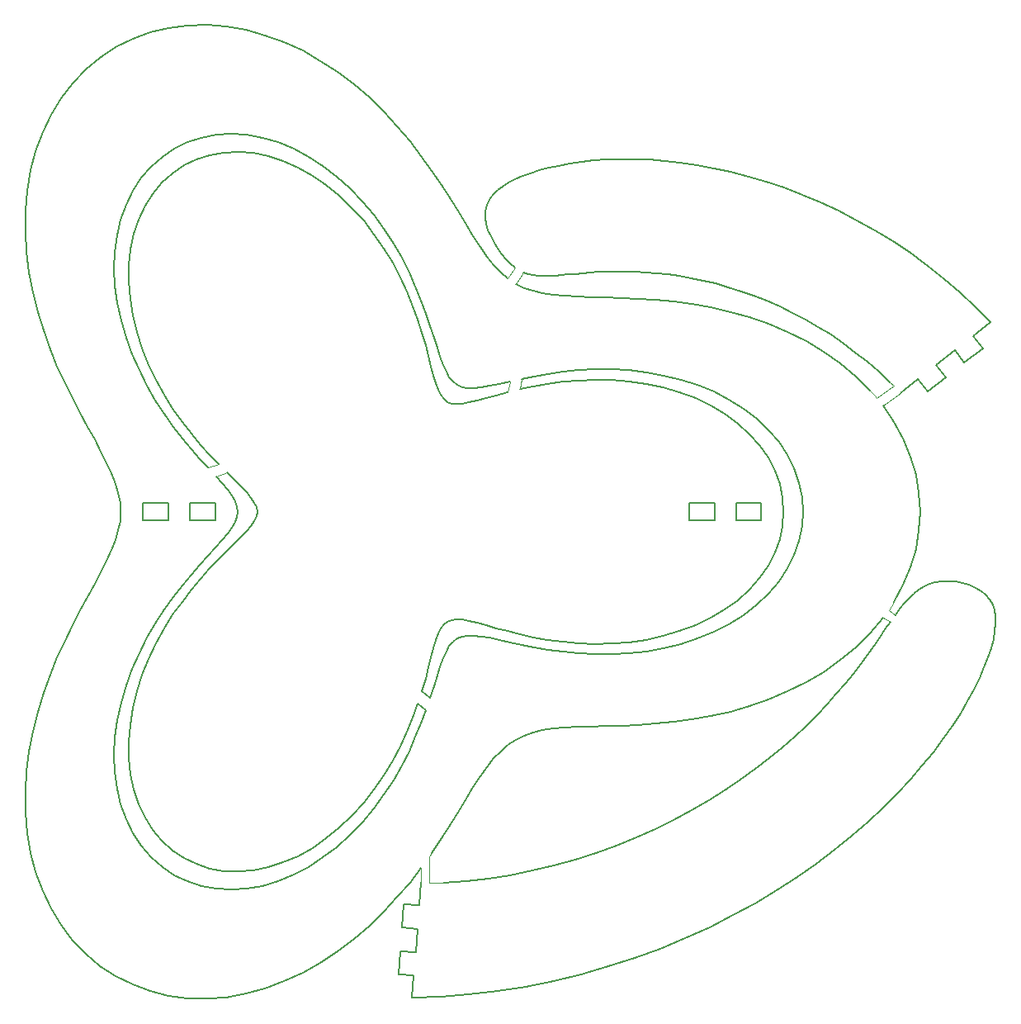
<source format=gbr>
G04 #@! TF.GenerationSoftware,KiCad,Pcbnew,(5.1.4)-1*
G04 #@! TF.CreationDate,2019-12-24T18:48:46-08:00*
G04 #@! TF.ProjectId,tensigral_lamp_hardware,74656e73-6967-4726-916c-5f6c616d705f,rev?*
G04 #@! TF.SameCoordinates,Original*
G04 #@! TF.FileFunction,Profile,NP*
%FSLAX46Y46*%
G04 Gerber Fmt 4.6, Leading zero omitted, Abs format (unit mm)*
G04 Created by KiCad (PCBNEW (5.1.4)-1) date 2019-12-24 18:48:46*
%MOMM*%
%LPD*%
G04 APERTURE LIST*
%ADD10C,0.188976*%
%ADD11C,0.050000*%
G04 APERTURE END LIST*
D10*
X54837181Y-85036942D02*
X55682750Y-85657867D01*
X55250000Y-83700000D02*
X56113666Y-84389763D01*
D11*
X65486412Y-51703136D02*
X65313785Y-52780540D01*
X64047733Y-53092453D02*
X64282066Y-51963963D01*
X35261215Y-61325863D02*
X34180000Y-61760000D01*
X33340000Y-60830000D02*
X34415084Y-60480705D01*
X103700000Y-52450000D02*
X103260000Y-52050000D01*
X101900000Y-53700000D02*
X103700000Y-52450000D01*
X101700000Y-53450000D02*
X101900000Y-53700000D01*
X56000000Y-100700000D02*
X56277816Y-100302887D01*
X56000000Y-103350000D02*
X56000000Y-100700000D01*
X57478706Y-103359581D02*
X56000000Y-103350000D01*
X55187686Y-103314949D02*
X55197666Y-101813644D01*
X103309936Y-76653152D02*
X102546997Y-76220028D01*
X103150000Y-75400000D02*
X103815841Y-75945934D01*
X103681488Y-74565739D02*
X103150000Y-75400000D01*
X101241325Y-52905037D02*
X101700000Y-53450000D01*
X104320000Y-53180000D02*
X102546997Y-54461552D01*
X64772705Y-40268082D02*
X64075954Y-41433491D01*
X64864212Y-41958103D02*
X65698177Y-40787096D01*
D10*
X74118484Y-43367233D02*
X75717811Y-43412714D01*
X99780860Y-51457531D02*
X101241325Y-52905037D01*
X103681495Y-56115852D02*
X104630371Y-57854721D01*
X86871246Y-44840786D02*
X86871246Y-44840786D01*
X81033897Y-43784496D02*
X81033897Y-43784496D01*
X72617965Y-43331883D02*
X74118484Y-43367233D01*
X79185478Y-43604443D02*
X81033897Y-43784496D01*
X106254058Y-63423988D02*
X106254058Y-63423988D01*
X94658432Y-47848785D02*
X96469436Y-48923821D01*
X105381462Y-59663338D02*
X105925048Y-61525528D01*
X104630371Y-57854721D02*
X105381462Y-59663338D01*
X90830947Y-46091572D02*
X90830947Y-46091572D01*
X69925117Y-43220762D02*
X69925117Y-43220762D01*
X104630371Y-57854721D02*
X104630371Y-57854721D01*
X103681495Y-56115852D02*
X103681495Y-56115852D01*
X99780860Y-51457531D02*
X99780860Y-51457531D01*
X92771789Y-46904957D02*
X94658432Y-47848785D01*
X88857177Y-45405430D02*
X88857177Y-45405430D01*
X68732254Y-43110720D02*
X69925117Y-43220762D01*
X77409721Y-43486004D02*
X77409721Y-43486004D01*
X72617965Y-43331883D02*
X72617965Y-43331883D01*
X69925117Y-43220762D02*
X71219844Y-43288883D01*
X75717811Y-43412714D02*
X75717811Y-43412714D01*
X102546997Y-54461552D02*
X103681495Y-56115852D01*
X98183761Y-50128197D02*
X98183761Y-50128197D01*
X96469436Y-48923821D02*
X96469436Y-48923821D01*
X92771789Y-46904957D02*
X92771789Y-46904957D01*
X77409721Y-43486004D02*
X79185478Y-43604443D01*
X81033897Y-43784496D02*
X82941635Y-44041561D01*
X74118484Y-43367233D02*
X74118484Y-43367233D01*
X71219844Y-43288883D02*
X72617965Y-43331883D01*
X105925048Y-61525528D02*
X105925048Y-61525528D01*
X88857177Y-45405430D02*
X90830947Y-46091572D01*
X106254058Y-63423988D02*
X106364212Y-65340790D01*
X75717811Y-43412714D02*
X77409721Y-43486004D01*
X90830947Y-46091572D02*
X92771789Y-46904957D01*
X68732254Y-43110720D02*
X68732254Y-43110720D01*
X98183761Y-50128197D02*
X99780860Y-51457531D01*
X67637165Y-42942986D02*
X68732254Y-43110720D01*
X84893150Y-44389584D02*
X84893150Y-44389584D01*
X79185478Y-43604443D02*
X79185478Y-43604443D01*
X105925048Y-61525528D02*
X106254058Y-63423988D01*
X94658432Y-47848785D02*
X94658432Y-47848785D01*
X84893150Y-44389584D02*
X86871246Y-44840786D01*
X82941635Y-44041561D02*
X84893150Y-44389584D01*
X82941635Y-44041561D02*
X82941635Y-44041561D01*
X71219844Y-43288883D02*
X71219844Y-43288883D01*
X86871246Y-44840786D02*
X88857177Y-45405430D01*
X96469436Y-48923821D02*
X98183761Y-50128197D01*
X105381462Y-59663338D02*
X105381462Y-59663338D01*
X51364215Y-24340790D02*
X52744014Y-25828264D01*
X66633499Y-42703146D02*
X66633499Y-42703146D01*
X62624805Y-40049097D02*
X63334342Y-40798378D01*
X57268253Y-31857327D02*
X57268253Y-31857327D01*
X67637165Y-42942986D02*
X67637165Y-42942986D01*
X61932006Y-39184605D02*
X61932006Y-39184605D01*
X44865615Y-19100896D02*
X44865615Y-19100896D01*
X41128921Y-17187568D02*
X43029106Y-18070018D01*
X66633499Y-42703146D02*
X67637165Y-42942986D01*
X65712680Y-42378454D02*
X66633499Y-42703146D01*
X65712680Y-42378454D02*
X65712680Y-42378454D01*
X64864212Y-41958103D02*
X65712680Y-42378454D01*
X51364215Y-24340790D02*
X51364215Y-24340790D01*
X54021190Y-27344348D02*
X54021190Y-27344348D01*
X55197662Y-28867933D02*
X56277824Y-30378704D01*
X63334342Y-40798378D02*
X64075954Y-41433491D01*
X58177684Y-33285898D02*
X58177684Y-33285898D01*
X52744014Y-25828264D02*
X52744014Y-25828264D01*
X48301151Y-21536980D02*
X48301151Y-21536980D01*
X54021190Y-27344348D02*
X55197662Y-28867933D01*
X63334342Y-40798378D02*
X63334342Y-40798378D01*
X46626338Y-20262851D02*
X48301151Y-21536980D01*
X39179134Y-16469106D02*
X41128921Y-17187568D01*
X48301151Y-21536980D02*
X49882274Y-22903267D01*
X37195358Y-15928073D02*
X39179134Y-16469106D01*
X62624805Y-40049097D02*
X62624805Y-40049097D01*
X61932006Y-39184605D02*
X62624805Y-40049097D01*
X56277824Y-30378704D02*
X56277824Y-30378704D01*
X59016735Y-34648226D02*
X59016735Y-34648226D01*
X52744014Y-25828264D02*
X54021190Y-27344348D01*
X46626338Y-20262851D02*
X46626338Y-20262851D01*
X60533916Y-37119370D02*
X60533916Y-37119370D01*
X59797607Y-35930044D02*
X60533916Y-37119370D01*
X61240264Y-38206558D02*
X61932006Y-39184605D01*
X61240264Y-38206558D02*
X61240264Y-38206558D01*
X60533916Y-37119370D02*
X61240264Y-38206558D01*
X59016735Y-34648226D02*
X59797607Y-35930044D01*
X49882274Y-22903267D02*
X51364215Y-24340790D01*
X55197662Y-28867933D02*
X55197662Y-28867933D01*
X57268253Y-31857327D02*
X58177684Y-33285898D01*
X56277824Y-30378704D02*
X57268253Y-31857327D01*
X49882274Y-22903267D02*
X49882274Y-22903267D01*
X44865615Y-19100896D02*
X46626338Y-20262851D01*
X43029106Y-18070018D02*
X44865615Y-19100896D01*
X43029106Y-18070018D02*
X43029106Y-18070018D01*
X41128921Y-17187568D02*
X41128921Y-17187568D01*
X39179134Y-16469106D02*
X39179134Y-16469106D01*
X59797607Y-35930044D02*
X59797607Y-35930044D01*
X58177684Y-33285898D02*
X59016735Y-34648226D01*
X25579280Y-16846392D02*
X25579280Y-16846392D01*
X20957418Y-56621784D02*
X20957418Y-56621784D01*
X17129834Y-48643570D02*
X16455475Y-46779488D01*
X20779680Y-19997351D02*
X20779680Y-19997351D01*
X15353211Y-42838615D02*
X14960537Y-40786196D01*
X22338893Y-59171265D02*
X21677074Y-57938957D01*
X14779943Y-32400166D02*
X15132629Y-30352352D01*
X14779943Y-32400166D02*
X14779943Y-32400166D01*
X18629348Y-52115044D02*
X18629348Y-52115044D01*
X15857175Y-44840790D02*
X15857175Y-44840790D01*
X15353211Y-42838615D02*
X15353211Y-42838615D01*
X35194511Y-15575579D02*
X35194511Y-15575579D01*
X31214248Y-15467906D02*
X33194618Y-15420223D01*
X27387924Y-16182085D02*
X27387924Y-16182085D01*
X14694512Y-38698687D02*
X14568588Y-36592901D01*
X14960537Y-40786196D02*
X14960537Y-40786196D01*
X33194618Y-15420223D02*
X35194511Y-15575579D01*
X14594082Y-34486988D02*
X14594082Y-34486988D01*
X21677074Y-57938957D02*
X20957418Y-56621784D01*
X21677074Y-57938957D02*
X21677074Y-57938957D01*
X22338893Y-59171265D02*
X22338893Y-59171265D01*
X18629348Y-52115044D02*
X17861060Y-50424221D01*
X20957418Y-56621784D02*
X20197130Y-55213989D01*
X31214248Y-15467906D02*
X31214248Y-15467906D01*
X29272399Y-15721757D02*
X31214248Y-15467906D01*
X22259289Y-18763189D02*
X23864220Y-17709390D01*
X14960537Y-40786196D02*
X14694512Y-38698687D01*
X15857175Y-44840790D02*
X15353211Y-42838615D01*
X14568588Y-36592901D02*
X14568588Y-36592901D01*
X23864220Y-17709390D02*
X23864220Y-17709390D01*
X17216541Y-24645165D02*
X18248006Y-22953980D01*
X19414669Y-53712105D02*
X19414669Y-53712105D01*
X16351130Y-26454811D02*
X16351130Y-26454811D01*
X16351130Y-26454811D02*
X17216541Y-24645165D01*
X22927256Y-60326584D02*
X22338893Y-59171265D01*
X14568588Y-36592901D02*
X14594082Y-34486988D01*
X14594082Y-34486988D02*
X14779943Y-32400166D01*
X20197130Y-55213989D02*
X20197130Y-55213989D01*
X15655981Y-28363826D02*
X16351130Y-26454811D01*
X19414669Y-53712105D02*
X18629348Y-52115044D01*
X19438789Y-21399189D02*
X20779680Y-19997351D01*
X17216541Y-24645165D02*
X17216541Y-24645165D01*
X19438789Y-21399189D02*
X19438789Y-21399189D01*
X22259289Y-18763189D02*
X22259289Y-18763189D01*
X17861060Y-50424221D02*
X17129834Y-48643570D01*
X17129834Y-48643570D02*
X17129834Y-48643570D01*
X27387924Y-16182085D02*
X29272399Y-15721757D01*
X18248006Y-22953980D02*
X18248006Y-22953980D01*
X23864220Y-17709390D02*
X25579280Y-16846392D01*
X15132629Y-30352352D02*
X15655981Y-28363826D01*
X20197130Y-55213989D02*
X19414669Y-53712105D01*
X17861060Y-50424221D02*
X17861060Y-50424221D01*
X16455475Y-46779488D02*
X16455475Y-46779488D01*
X37195358Y-15928073D02*
X37195358Y-15928073D01*
X35194511Y-15575579D02*
X37195358Y-15928073D01*
X16455475Y-46779488D02*
X15857175Y-44840790D01*
X33194618Y-15420223D02*
X33194618Y-15420223D01*
X18248006Y-22953980D02*
X19438789Y-21399189D01*
X15655981Y-28363826D02*
X15655981Y-28363826D01*
X29272399Y-15721757D02*
X29272399Y-15721757D01*
X20779680Y-19997351D02*
X22259289Y-18763189D01*
X15132629Y-30352352D02*
X15132629Y-30352352D01*
X14694512Y-38698687D02*
X14694512Y-38698687D01*
X25579280Y-16846392D02*
X27387924Y-16182085D01*
X14568593Y-94088676D02*
X14694517Y-91982880D01*
X23428391Y-69266914D02*
X23428391Y-69266914D01*
X16351125Y-104226761D02*
X15655973Y-102317749D01*
X18248009Y-107727600D02*
X17216537Y-106036407D01*
X15857171Y-85840790D02*
X15857171Y-85840790D01*
X14594081Y-96194595D02*
X14568593Y-94088676D01*
X23428394Y-61414665D02*
X22927256Y-60326584D01*
X15353212Y-87842964D02*
X15857171Y-85840790D01*
X23830668Y-62446899D02*
X23830668Y-62446899D01*
X24364214Y-65340786D02*
X24304017Y-64395828D01*
X18629354Y-78566536D02*
X18629354Y-78566536D01*
X24124797Y-67245556D02*
X24124797Y-67245556D01*
X17861070Y-80257347D02*
X18629354Y-78566536D01*
X19414670Y-76969475D02*
X19414670Y-76969475D01*
X15132631Y-100329231D02*
X15132631Y-100329231D01*
X24124797Y-63436028D02*
X24124797Y-63436028D01*
X15655973Y-102317749D02*
X15132631Y-100329231D01*
X24304017Y-66285751D02*
X24364214Y-65340786D01*
X16351125Y-104226761D02*
X16351125Y-104226761D01*
X21677076Y-72742622D02*
X21677076Y-72742622D01*
X23830668Y-68234684D02*
X23830668Y-68234684D01*
X14960546Y-89895371D02*
X14960546Y-89895371D01*
X14594081Y-96194595D02*
X14594081Y-96194595D01*
X15132631Y-100329231D02*
X14779945Y-98281418D01*
X14694517Y-91982880D02*
X14694517Y-91982880D01*
X24304017Y-64395828D02*
X24304017Y-64395828D01*
X24304017Y-66285751D02*
X24304017Y-66285751D01*
X23830668Y-68234684D02*
X24124797Y-67245556D01*
X21677076Y-72742622D02*
X22338893Y-71510311D01*
X22927250Y-70354996D02*
X22927250Y-70354996D01*
X22338893Y-71510311D02*
X22927250Y-70354996D01*
X14960546Y-89895371D02*
X15353212Y-87842964D01*
X15857171Y-85840790D02*
X16455463Y-83902100D01*
X14568593Y-94088676D02*
X14568593Y-94088676D01*
X14779945Y-98281418D02*
X14594081Y-96194595D01*
X22338893Y-71510311D02*
X22338893Y-71510311D01*
X20957420Y-74059799D02*
X21677076Y-72742622D01*
X19414670Y-76969475D02*
X20197132Y-75467590D01*
X17216537Y-106036407D02*
X16351125Y-104226761D01*
X19438782Y-109282379D02*
X18248009Y-107727600D01*
X14694517Y-91982880D02*
X14960546Y-89895371D01*
X22927256Y-60326584D02*
X22927256Y-60326584D01*
X24124797Y-67245556D02*
X24304017Y-66285751D01*
X23428394Y-61414665D02*
X23428394Y-61414665D01*
X24124797Y-63436028D02*
X23830668Y-62446899D01*
X23830668Y-62446899D02*
X23428394Y-61414665D01*
X17129837Y-82038010D02*
X17129837Y-82038010D01*
X15353212Y-87842964D02*
X15353212Y-87842964D01*
X17216537Y-106036407D02*
X17216537Y-106036407D01*
X24364214Y-65340786D02*
X24364214Y-65340786D01*
X17861070Y-80257347D02*
X17861070Y-80257347D01*
X15655973Y-102317749D02*
X15655973Y-102317749D01*
X17129837Y-82038010D02*
X17861070Y-80257347D01*
X24304017Y-64395828D02*
X24124797Y-63436028D01*
X20957420Y-74059799D02*
X20957420Y-74059799D01*
X18629354Y-78566536D02*
X19414670Y-76969475D01*
X16455463Y-83902100D02*
X17129837Y-82038010D01*
X16455463Y-83902100D02*
X16455463Y-83902100D01*
X14779945Y-98281418D02*
X14779945Y-98281418D01*
X20197132Y-75467590D02*
X20957420Y-74059799D01*
X23428391Y-69266914D02*
X23830668Y-68234684D01*
X22927250Y-70354996D02*
X23428391Y-69266914D01*
X20197132Y-75467590D02*
X20197132Y-75467590D01*
X18248009Y-107727600D02*
X18248009Y-107727600D01*
X29272396Y-114959824D02*
X27387916Y-114499481D01*
X39179138Y-114212479D02*
X39179138Y-114212479D01*
X57268257Y-98824257D02*
X56277816Y-100302887D01*
X43029102Y-112611565D02*
X41128929Y-113494011D01*
X58177688Y-97395676D02*
X57268257Y-98824257D01*
X63334350Y-89883202D02*
X62624805Y-90632484D01*
X58177688Y-97395676D02*
X58177688Y-97395676D01*
X63334350Y-89883202D02*
X63334350Y-89883202D01*
X44865627Y-111580681D02*
X43029102Y-112611565D01*
X59797611Y-94751526D02*
X59016731Y-96033348D01*
X60533912Y-93562218D02*
X59797611Y-94751526D01*
X35194515Y-115106003D02*
X35194515Y-115106003D01*
X60533912Y-93562218D02*
X60533912Y-93562218D01*
X19438782Y-109282379D02*
X19438782Y-109282379D01*
X27387916Y-114499481D02*
X27387916Y-114499481D01*
X57268257Y-98824257D02*
X57268257Y-98824257D01*
X33194618Y-115261353D02*
X31214260Y-115213669D01*
X20779684Y-110684235D02*
X19438782Y-109282379D01*
X20779684Y-110684235D02*
X20779684Y-110684235D01*
X51364215Y-106340790D02*
X51364215Y-106340790D01*
X41128929Y-113494011D02*
X41128929Y-113494011D01*
X46626331Y-110418732D02*
X46626331Y-110418732D01*
X48301155Y-109144585D02*
X46626331Y-110418732D01*
X22259292Y-111918388D02*
X20779684Y-110684235D01*
X22259292Y-111918388D02*
X22259292Y-111918388D01*
X43029102Y-112611565D02*
X43029102Y-112611565D01*
X54021186Y-103337242D02*
X52744022Y-104853310D01*
X23864212Y-112972183D02*
X22259292Y-111918388D01*
X29272396Y-114959824D02*
X29272396Y-114959824D01*
X23864212Y-112972183D02*
X23864212Y-112972183D01*
X37195343Y-114753510D02*
X37195343Y-114753510D01*
X52744022Y-104853310D02*
X51364215Y-106340790D01*
X62624805Y-90632484D02*
X62624805Y-90632484D01*
X59016731Y-96033348D02*
X58177688Y-97395676D01*
X25579284Y-113835190D02*
X25579284Y-113835190D01*
X25579284Y-113835190D02*
X23864212Y-112972183D01*
X31214260Y-115213669D02*
X31214260Y-115213669D01*
X41128929Y-113494011D02*
X39179138Y-114212479D01*
X52744022Y-104853310D02*
X52744022Y-104853310D01*
X44865627Y-111580681D02*
X44865627Y-111580681D01*
X59016731Y-96033348D02*
X59016731Y-96033348D01*
X55197666Y-101813644D02*
X54021186Y-103337242D01*
X31214260Y-115213669D02*
X29272396Y-114959824D01*
X46626331Y-110418732D02*
X44865627Y-111580681D01*
X61932006Y-91496986D02*
X61240268Y-92475021D01*
X64075954Y-89248093D02*
X63334350Y-89883202D01*
X54021186Y-103337242D02*
X54021186Y-103337242D01*
X61240268Y-92475021D02*
X60533912Y-93562218D01*
X49882267Y-107778320D02*
X49882267Y-107778320D01*
X61240268Y-92475021D02*
X61240268Y-92475021D01*
X27387916Y-114499481D02*
X25579284Y-113835190D01*
X33194618Y-115261353D02*
X33194618Y-115261353D01*
X39179138Y-114212479D02*
X37195343Y-114753510D01*
X61932006Y-91496986D02*
X61932006Y-91496986D01*
X59797611Y-94751526D02*
X59797611Y-94751526D01*
X62624805Y-90632484D02*
X61932006Y-91496986D01*
X49882267Y-107778320D02*
X48301155Y-109144585D01*
X35194515Y-115106003D02*
X33194618Y-115261353D01*
X37195343Y-114753510D02*
X35194515Y-115106003D01*
X48301155Y-109144585D02*
X48301155Y-109144585D01*
X51364215Y-106340790D02*
X49882267Y-107778320D01*
X74118492Y-87314346D02*
X74118492Y-87314346D01*
X86871253Y-85840790D02*
X86871253Y-85840790D01*
X98183769Y-80553383D02*
X96469459Y-81757759D01*
X99780876Y-79224045D02*
X99780876Y-79224045D01*
X66633499Y-87978432D02*
X66633499Y-87978432D01*
X77409729Y-87195564D02*
X77409729Y-87195564D01*
X77409729Y-87195564D02*
X75717819Y-87268875D01*
X101241317Y-77776550D02*
X101241317Y-77776550D01*
X79185470Y-87077141D02*
X77409729Y-87195564D01*
X65712677Y-88303123D02*
X64864215Y-88723473D01*
X94658424Y-82832787D02*
X92771789Y-83776634D01*
X69925121Y-87460815D02*
X68732250Y-87570862D01*
X69925121Y-87460815D02*
X69925121Y-87460815D01*
X86871253Y-85840790D02*
X84893150Y-86292000D01*
X90830947Y-84590004D02*
X90830947Y-84590004D01*
X67637172Y-87738594D02*
X66633499Y-87978432D01*
X72617965Y-87349693D02*
X71219837Y-87392693D01*
X105925048Y-69156055D02*
X105381462Y-71018230D01*
X99780876Y-79224045D02*
X98183769Y-80553383D01*
X68732250Y-87570862D02*
X68732250Y-87570862D01*
X81033912Y-86897087D02*
X79185470Y-87077141D01*
X101241317Y-77776550D02*
X99780876Y-79224045D01*
X106254058Y-67257584D02*
X106254058Y-67257584D01*
X66633499Y-87978432D02*
X65712677Y-88303123D01*
X88857170Y-85276146D02*
X86871253Y-85840790D01*
X79185470Y-87077141D02*
X79185470Y-87077141D01*
X67637172Y-87738594D02*
X67637172Y-87738594D01*
X105925048Y-69156055D02*
X105925048Y-69156055D01*
X96469459Y-81757759D02*
X94658424Y-82832787D01*
X72617965Y-87349693D02*
X72617965Y-87349693D01*
X84893150Y-86292000D02*
X82941619Y-86640022D01*
X75717819Y-87268875D02*
X75717819Y-87268875D01*
X81033912Y-86897087D02*
X81033912Y-86897087D01*
X98183769Y-80553383D02*
X98183769Y-80553383D01*
X106254058Y-67257584D02*
X105925048Y-69156055D01*
X82941619Y-86640022D02*
X81033912Y-86897087D01*
X90830947Y-84590004D02*
X88857170Y-85276146D01*
X102546997Y-76220028D02*
X101241317Y-77776550D01*
X64075954Y-89248093D02*
X64075954Y-89248093D01*
X64864215Y-88723473D02*
X64075954Y-89248093D01*
X64864215Y-88723473D02*
X64864215Y-88723473D01*
X74118492Y-87314346D02*
X72617965Y-87349693D01*
X88857170Y-85276146D02*
X88857170Y-85276146D01*
X82941619Y-86640022D02*
X82941619Y-86640022D01*
X65712677Y-88303123D02*
X65712677Y-88303123D01*
X106364212Y-65340790D02*
X106254058Y-67257584D01*
X71219837Y-87392693D02*
X69925121Y-87460815D01*
X105381462Y-71018230D02*
X104630371Y-72826859D01*
X68732250Y-87570862D02*
X67637172Y-87738594D01*
X92771789Y-83776634D02*
X90830947Y-84590004D01*
X71219837Y-87392693D02*
X71219837Y-87392693D01*
X75717819Y-87268875D02*
X74118492Y-87314346D01*
X84893150Y-86292000D02*
X84893150Y-86292000D01*
X96469459Y-81757759D02*
X96469459Y-81757759D01*
X104630371Y-72826859D02*
X104630371Y-72826859D01*
X92771789Y-83776634D02*
X92771789Y-83776634D01*
X94658424Y-82832787D02*
X94658424Y-82832787D01*
X104630371Y-72826859D02*
X103681488Y-74565739D01*
X105381462Y-71018230D02*
X105381462Y-71018230D01*
X59923183Y-52651592D02*
X59923183Y-52651592D01*
X91863807Y-58199581D02*
X91863807Y-58199581D01*
X89597778Y-55808052D02*
X89597778Y-55808052D01*
X71325698Y-50837921D02*
X72993183Y-50751873D01*
X62211666Y-52413296D02*
X62211666Y-52413296D01*
X90809219Y-56956444D02*
X90809219Y-56956444D01*
X89597778Y-55808052D02*
X90809219Y-56956444D01*
X88245719Y-54765137D02*
X89597778Y-55808052D01*
X80045417Y-51351982D02*
X80045417Y-51351982D01*
X58442295Y-52028862D02*
X58442295Y-52028862D01*
X83532226Y-52344021D02*
X85193122Y-53028019D01*
X78261810Y-51039043D02*
X78261810Y-51039043D01*
X74716575Y-50748573D02*
X76478942Y-50840744D01*
X63190277Y-52206623D02*
X64282066Y-51963963D01*
X66800075Y-51442280D02*
X68217197Y-51199455D01*
X63190277Y-52206623D02*
X63190277Y-52206623D01*
X59353649Y-52555031D02*
X59923183Y-52651592D01*
X62211666Y-52413296D02*
X63190277Y-52206623D01*
X58073894Y-51583908D02*
X58073894Y-51583908D01*
X61344314Y-52566849D02*
X62211666Y-52413296D01*
X88245719Y-54765137D02*
X88245719Y-54765137D01*
X86771087Y-53836357D02*
X86771087Y-53836357D01*
X81809242Y-51785748D02*
X83532226Y-52344021D01*
X72993183Y-50751873D02*
X74716575Y-50748573D01*
X80045417Y-51351982D02*
X81809242Y-51785748D01*
X68217197Y-51199455D02*
X68217197Y-51199455D01*
X60583744Y-52651188D02*
X60583744Y-52651188D01*
X58864215Y-52350407D02*
X59353649Y-52555031D01*
X58442295Y-52028862D02*
X58864215Y-52350407D01*
X69729347Y-50992378D02*
X69729347Y-50992378D01*
X76478942Y-50840744D02*
X78261810Y-51039043D01*
X86771087Y-53836357D02*
X88245719Y-54765137D01*
X60583744Y-52651188D02*
X61344314Y-52566849D01*
X61344314Y-52566849D02*
X61344314Y-52566849D01*
X68217197Y-51199455D02*
X69729347Y-50992378D01*
X85193122Y-53028019D02*
X86771087Y-53836357D01*
X74716575Y-50748573D02*
X74716575Y-50748573D01*
X66800075Y-51442280D02*
X66800075Y-51442280D01*
X69729347Y-50992378D02*
X71325698Y-50837921D01*
X83532226Y-52344021D02*
X83532226Y-52344021D01*
X76478942Y-50840744D02*
X76478942Y-50840744D01*
X59923183Y-52651592D02*
X60583744Y-52651188D01*
X59353649Y-52555031D02*
X59353649Y-52555031D01*
X94261367Y-63842739D02*
X94364212Y-65340790D01*
X94261367Y-63842739D02*
X94261367Y-63842739D01*
X93954277Y-62362560D02*
X94261367Y-63842739D01*
X92747154Y-59524750D02*
X92747154Y-59524750D01*
X78261810Y-51039043D02*
X80045417Y-51351982D01*
X58073894Y-51583908D02*
X58442295Y-52028862D01*
X93954277Y-62362560D02*
X93954277Y-62362560D01*
X93447196Y-60917637D02*
X93954277Y-62362560D01*
X93447196Y-60917637D02*
X93447196Y-60917637D01*
X92747154Y-59524750D02*
X93447196Y-60917637D01*
X65486412Y-51703136D02*
X66800075Y-51442280D01*
X91863807Y-58199581D02*
X92747154Y-59524750D01*
X90809219Y-56956444D02*
X91863807Y-58199581D01*
X81809242Y-51785748D02*
X81809242Y-51785748D01*
X72993183Y-50751873D02*
X72993183Y-50751873D01*
X58864215Y-52350407D02*
X58864215Y-52350407D01*
X85193122Y-53028019D02*
X85193122Y-53028019D01*
X71325698Y-50837921D02*
X71325698Y-50837921D01*
X66598217Y-102133659D02*
X66598217Y-102133659D01*
X68818489Y-101606949D02*
X66598217Y-102133659D01*
X64346397Y-102575821D02*
X62070621Y-102929611D01*
X66598217Y-102133659D02*
X64346397Y-102575821D01*
X59778705Y-103191742D02*
X59778705Y-103191742D01*
X62070621Y-102929611D02*
X59778705Y-103191742D01*
X62070621Y-102929611D02*
X62070621Y-102929611D01*
X68818489Y-101606949D02*
X68818489Y-101606949D01*
X59778705Y-103191742D02*
X57478706Y-103359581D01*
X64346397Y-102575821D02*
X64346397Y-102575821D01*
X24380695Y-35372549D02*
X24380695Y-35372549D01*
X23697681Y-40429731D02*
X23764706Y-38688253D01*
X23991880Y-36995903D02*
X24380695Y-35372549D01*
X32492561Y-59929432D02*
X32492561Y-59929432D01*
X36095565Y-64273102D02*
X35764930Y-63701241D01*
X28823606Y-55305061D02*
X27915363Y-53904022D01*
X29755558Y-56610325D02*
X29755558Y-56610325D01*
X23786616Y-42200439D02*
X23786616Y-42200439D01*
X35764930Y-63701241D02*
X35764930Y-63701241D01*
X35764930Y-63701241D02*
X35311611Y-63084744D01*
X24402715Y-45752110D02*
X24024718Y-43980839D01*
X25529787Y-49197647D02*
X24908988Y-47496513D01*
X32492561Y-59929432D02*
X31609809Y-58922195D01*
X36364215Y-65340790D02*
X36296707Y-64814621D01*
X23764706Y-38688253D02*
X23991880Y-36995903D01*
X23786616Y-42200439D02*
X23697681Y-40429731D01*
X24024718Y-43980839D02*
X24024718Y-43980839D01*
X24908988Y-47496513D02*
X24402715Y-45752110D01*
X24402715Y-45752110D02*
X24402715Y-45752110D01*
X27050846Y-52413143D02*
X26249481Y-50840794D01*
X36296707Y-64814621D02*
X36095565Y-64273102D01*
X27050846Y-52413143D02*
X27050846Y-52413143D01*
X30690979Y-57816345D02*
X30690979Y-57816345D01*
X26249481Y-50840794D02*
X26249481Y-50840794D01*
X31609809Y-58922195D02*
X31609809Y-58922195D01*
X33340000Y-60830000D02*
X32492561Y-59929432D01*
X36364215Y-65340790D02*
X36364215Y-65340790D01*
X34744949Y-62410362D02*
X34180000Y-61760000D01*
X36296707Y-64814621D02*
X36296707Y-64814621D01*
X34744949Y-62410362D02*
X34744949Y-62410362D01*
X27915363Y-53904022D02*
X27050846Y-52413143D01*
X24929990Y-33837700D02*
X25635944Y-32410109D01*
X24929990Y-33837700D02*
X24929990Y-33837700D01*
X24380695Y-35372549D02*
X24929990Y-33837700D01*
X23764706Y-38688253D02*
X23764706Y-38688253D01*
X24024718Y-43980839D02*
X23786616Y-42200439D01*
X35311611Y-63084744D02*
X35311611Y-63084744D01*
X25529787Y-49197647D02*
X25529787Y-49197647D01*
X23697681Y-40429731D02*
X23697681Y-40429731D01*
X26249481Y-50840794D02*
X25529787Y-49197647D01*
X27915363Y-53904022D02*
X27915363Y-53904022D01*
X28823606Y-55305061D02*
X28823606Y-55305061D01*
X36095565Y-64273102D02*
X36095565Y-64273102D01*
X29755558Y-56610325D02*
X28823606Y-55305061D01*
X30690979Y-57816345D02*
X29755558Y-56610325D01*
X31609809Y-58922195D02*
X30690979Y-57816345D01*
X35311611Y-63084744D02*
X34744949Y-62410362D01*
X23991880Y-36995903D02*
X23991880Y-36995903D01*
X24908988Y-47496513D02*
X24908988Y-47496513D01*
X32648368Y-103713959D02*
X32648368Y-103713959D01*
X24929987Y-96843872D02*
X24380693Y-95309021D01*
X27915367Y-76777557D02*
X27915367Y-76777557D01*
X28618324Y-101741814D02*
X27489997Y-100735779D01*
X26492206Y-99574181D02*
X25635948Y-98271469D01*
X36296707Y-65866959D02*
X36364215Y-65340790D01*
X36296707Y-65866959D02*
X36296707Y-65866959D01*
X36095569Y-66408478D02*
X36296707Y-65866959D01*
X24380693Y-95309021D02*
X23991875Y-93685669D01*
X34744945Y-68271217D02*
X35311611Y-67596836D01*
X35311611Y-67596836D02*
X35764934Y-66980343D01*
X36095569Y-66408478D02*
X36095569Y-66408478D01*
X35764934Y-66980343D02*
X36095569Y-66408478D01*
X35764934Y-66980343D02*
X35764934Y-66980343D01*
X25635948Y-98271469D02*
X24929987Y-96843872D01*
X23991875Y-93685669D02*
X23764708Y-91993332D01*
X28618324Y-101741814D02*
X28618324Y-101741814D01*
X35311611Y-67596836D02*
X35311611Y-67596836D01*
X27489997Y-100735779D02*
X27489997Y-100735779D01*
X31609809Y-71759388D02*
X31609809Y-71759388D01*
X27050838Y-78268440D02*
X27915367Y-76777557D01*
X34744945Y-68271217D02*
X34744945Y-68271217D01*
X32492561Y-70752152D02*
X32492561Y-70752152D01*
X34076667Y-69015369D02*
X34744945Y-68271217D01*
X30690982Y-72865234D02*
X31609809Y-71759388D01*
X30690982Y-72865234D02*
X30690982Y-72865234D01*
X24024722Y-86700745D02*
X24402722Y-84929459D01*
X26492206Y-99574181D02*
X26492206Y-99574181D01*
X34076667Y-69015369D02*
X34076667Y-69015369D01*
X33320629Y-69839561D02*
X34076667Y-69015369D01*
X24024722Y-86700745D02*
X24024722Y-86700745D01*
X33320629Y-69839561D02*
X33320629Y-69839561D01*
X31609809Y-71759388D02*
X32492561Y-70752152D01*
X28823617Y-75376507D02*
X28823617Y-75376507D01*
X27489997Y-100735779D02*
X26492206Y-99574181D01*
X25529790Y-81483933D02*
X26249477Y-79840790D01*
X25635948Y-98271469D02*
X25635948Y-98271469D01*
X29755558Y-74071259D02*
X30690982Y-72865234D01*
X24402722Y-84929459D02*
X24908998Y-83185051D01*
X23786615Y-88481148D02*
X24024722Y-86700745D01*
X32492561Y-70752152D02*
X33320629Y-69839561D01*
X25529790Y-81483933D02*
X25529790Y-81483933D01*
X32648368Y-103713959D02*
X31212944Y-103239822D01*
X23764708Y-91993332D02*
X23764708Y-91993332D01*
X23697683Y-90251846D02*
X23697683Y-90251846D01*
X29755558Y-74071259D02*
X29755558Y-74071259D01*
X27050838Y-78268440D02*
X27050838Y-78268440D01*
X24402722Y-84929459D02*
X24402722Y-84929459D01*
X26249477Y-79840790D02*
X26249477Y-79840790D01*
X23786615Y-88481148D02*
X23786615Y-88481148D01*
X31212944Y-103239822D02*
X31212944Y-103239822D01*
X28823617Y-75376507D02*
X29755558Y-74071259D01*
X27915367Y-76777557D02*
X28823617Y-75376507D01*
X26249477Y-79840790D02*
X27050838Y-78268440D01*
X24908998Y-83185051D02*
X25529790Y-81483933D01*
X24908998Y-83185051D02*
X24908998Y-83185051D01*
X23764708Y-91993332D02*
X23697683Y-90251846D01*
X29864212Y-102579880D02*
X28618324Y-101741814D01*
X23697683Y-90251846D02*
X23786615Y-88481148D01*
X29864212Y-102579880D02*
X29864212Y-102579880D01*
X23991875Y-93685669D02*
X23991875Y-93685669D01*
X24929987Y-96843872D02*
X24929987Y-96843872D01*
X24380693Y-95309021D02*
X24380693Y-95309021D01*
X31212944Y-103239822D02*
X29864212Y-102579880D01*
X42082199Y-102568924D02*
X42082199Y-102568924D01*
X35709541Y-104087471D02*
X34153236Y-103997284D01*
X49138233Y-97173821D02*
X47880672Y-98484467D01*
X53184108Y-91366432D02*
X53184108Y-91366432D01*
X56489959Y-83216347D02*
X56113666Y-84389763D01*
X61344314Y-78114693D02*
X60583747Y-78030350D01*
X57436725Y-80370735D02*
X57136024Y-81198669D01*
X50301059Y-95785629D02*
X50301059Y-95785629D01*
X60583747Y-78030350D02*
X60583747Y-78030350D01*
X61344314Y-78114693D02*
X61344314Y-78114693D01*
X56113666Y-84389763D02*
X56113666Y-84389763D01*
X37298858Y-103985046D02*
X35709541Y-104087471D01*
X54607742Y-88419632D02*
X54607742Y-88419632D01*
X37298858Y-103985046D02*
X37298858Y-103985046D01*
X38902717Y-103693321D02*
X38902717Y-103693321D01*
X43623870Y-101756241D02*
X42082199Y-102568924D01*
X40502994Y-103218369D02*
X38902717Y-103693321D01*
X53184108Y-91366432D02*
X52325229Y-92860580D01*
X40502994Y-103218369D02*
X40502994Y-103218369D01*
X42082199Y-102568924D02*
X40502994Y-103218369D01*
X45112880Y-100793869D02*
X45112880Y-100793869D01*
X46535701Y-99697464D02*
X45112880Y-100793869D01*
X46535701Y-99697464D02*
X46535701Y-99697464D01*
X47880672Y-98484467D02*
X46535701Y-99697464D01*
X51364215Y-94340790D02*
X51364215Y-94340790D01*
X52325229Y-92860580D02*
X52325229Y-92860580D01*
X53943325Y-89879349D02*
X53943325Y-89879349D01*
X56825710Y-82149498D02*
X56825710Y-82149498D01*
X59923183Y-78029945D02*
X59353645Y-78126511D01*
X53943325Y-89879349D02*
X53184108Y-91366432D01*
X55184478Y-87006523D02*
X54607742Y-88419632D01*
X58864215Y-78331131D02*
X58442295Y-78652679D01*
X55184478Y-87006523D02*
X55184478Y-87006523D01*
X56825710Y-82149498D02*
X56489959Y-83216347D01*
X59353645Y-78126511D02*
X59353645Y-78126511D01*
X58073894Y-79097633D02*
X58073894Y-79097633D01*
X58442295Y-78652679D02*
X58442295Y-78652679D01*
X58864215Y-78331131D02*
X58864215Y-78331131D01*
X60583747Y-78030350D02*
X59923183Y-78029945D01*
X57436725Y-80370735D02*
X57436725Y-80370735D01*
X58442295Y-78652679D02*
X58073894Y-79097633D01*
X57743965Y-79669899D02*
X57436725Y-80370735D01*
X57136024Y-81198669D02*
X56825710Y-82149498D01*
X34153236Y-103997284D02*
X32648368Y-103713959D01*
X34153236Y-103997284D02*
X34153236Y-103997284D01*
X55682750Y-85657867D02*
X55682750Y-85657867D01*
X58073894Y-79097633D02*
X57743965Y-79669899D01*
X56489959Y-83216347D02*
X56489959Y-83216347D01*
X43623870Y-101756241D02*
X43623870Y-101756241D01*
X35709541Y-104087471D02*
X35709541Y-104087471D01*
X38902717Y-103693321D02*
X37298858Y-103985046D01*
X47880672Y-98484467D02*
X47880672Y-98484467D01*
X49138233Y-97173821D02*
X49138233Y-97173821D01*
X50301059Y-95785629D02*
X49138233Y-97173821D01*
X51364215Y-94340790D02*
X50301059Y-95785629D01*
X52325229Y-92860580D02*
X51364215Y-94340790D01*
X57743965Y-79669899D02*
X57743965Y-79669899D01*
X59353645Y-78126511D02*
X58864215Y-78331131D01*
X55682750Y-85657867D02*
X55184478Y-87006523D01*
X57136024Y-81198669D02*
X57136024Y-81198669D01*
X45112880Y-100793869D02*
X43623870Y-101756241D01*
X54607742Y-88419632D02*
X53943325Y-89879349D01*
X59923183Y-78029945D02*
X59923183Y-78029945D01*
X74716575Y-79932968D02*
X74716575Y-79932968D01*
X90766616Y-59803143D02*
X91458152Y-61126740D01*
X92747154Y-71156784D02*
X91863792Y-72481960D01*
X78261795Y-79642487D02*
X76478950Y-79840790D01*
X80045417Y-79329544D02*
X78261795Y-79642487D01*
X92262588Y-63912582D02*
X92364212Y-65340790D01*
X93447196Y-69763889D02*
X92747154Y-71156784D01*
X93447196Y-69763889D02*
X93447196Y-69763889D01*
X94261367Y-66838791D02*
X94261367Y-66838791D01*
X94261367Y-66838791D02*
X93954277Y-68318977D01*
X63190269Y-78474915D02*
X63190269Y-78474915D01*
X71325706Y-79843628D02*
X71325706Y-79843628D01*
X65486419Y-78978401D02*
X65486419Y-78978401D01*
X69729347Y-79689163D02*
X68217193Y-79482079D01*
X76478950Y-79840790D02*
X76478950Y-79840790D01*
X92747154Y-71156784D02*
X92747154Y-71156784D01*
X86771087Y-76845177D02*
X86771087Y-76845177D01*
X90766616Y-59803143D02*
X90766616Y-59803143D01*
X92262588Y-63912582D02*
X92262588Y-63912582D01*
X81809242Y-78895790D02*
X81809242Y-78895790D01*
X83532218Y-78337509D02*
X81809242Y-78895790D01*
X64282062Y-78717575D02*
X64282062Y-78717575D01*
X66800083Y-79239265D02*
X66800083Y-79239265D01*
X78261795Y-79642487D02*
X78261795Y-79642487D01*
X89597770Y-74873486D02*
X88245735Y-75916397D01*
X91458152Y-61126740D02*
X91959152Y-62502117D01*
X68217193Y-79482079D02*
X68217193Y-79482079D01*
X89894187Y-58546925D02*
X89894187Y-58546925D01*
X72993175Y-79929665D02*
X72993175Y-79929665D01*
X88245735Y-75916397D02*
X86771087Y-76845177D01*
X93954277Y-68318977D02*
X93447196Y-69763889D01*
X91959152Y-62502117D02*
X91959152Y-62502117D01*
X91959152Y-62502117D02*
X92262588Y-63912582D01*
X76478950Y-79840790D02*
X74716575Y-79932968D01*
X80045417Y-79329544D02*
X80045417Y-79329544D01*
X88245735Y-75916397D02*
X88245735Y-75916397D01*
X91863792Y-72481960D02*
X90809226Y-73725086D01*
X94364212Y-65340790D02*
X94261367Y-66838791D01*
X81809242Y-78895790D02*
X80045417Y-79329544D01*
X93954277Y-68318977D02*
X93954277Y-68318977D01*
X90809226Y-73725086D02*
X89597770Y-74873486D01*
X91458152Y-61126740D02*
X91458152Y-61126740D01*
X89894187Y-58546925D02*
X90766616Y-59803143D01*
X90809226Y-73725086D02*
X90809226Y-73725086D01*
X91863792Y-72481960D02*
X91863792Y-72481960D01*
X68217193Y-79482079D02*
X66800083Y-79239265D01*
X64282062Y-78717575D02*
X63190269Y-78474915D01*
X62211669Y-78268242D02*
X61344314Y-78114693D01*
X89597770Y-74873486D02*
X89597770Y-74873486D01*
X62211669Y-78268242D02*
X62211669Y-78268242D01*
X85193145Y-77653511D02*
X85193145Y-77653511D01*
X63190269Y-78474915D02*
X62211669Y-78268242D01*
X69729347Y-79689163D02*
X69729347Y-79689163D01*
X65486419Y-78978401D02*
X64282062Y-78717575D01*
X66800083Y-79239265D02*
X65486419Y-78978401D01*
X71325706Y-79843628D02*
X69729347Y-79689163D01*
X74716575Y-79932968D02*
X72993175Y-79929665D01*
X85193145Y-77653511D02*
X83532218Y-78337509D01*
X72993175Y-79929665D02*
X71325706Y-79843628D01*
X88852928Y-57372314D02*
X89894187Y-58546925D01*
X83532218Y-78337509D02*
X83532218Y-78337509D01*
X86771087Y-76845177D02*
X85193145Y-77653511D01*
X55629825Y-48232365D02*
X55938686Y-49387707D01*
X57503353Y-53794758D02*
X57864215Y-54082459D01*
X56930492Y-52838734D02*
X57197151Y-53381496D01*
X56930492Y-52838734D02*
X56930492Y-52838734D01*
X59408172Y-54269226D02*
X60112991Y-54142872D01*
X87657180Y-56291939D02*
X88852928Y-57372314D01*
X62892749Y-53402645D02*
X64047733Y-53092453D01*
X86323196Y-55316456D02*
X86323196Y-55316456D01*
X84868972Y-54454433D02*
X86323196Y-55316456D01*
X69707664Y-52013493D02*
X69707664Y-52013493D01*
X83313743Y-53712105D02*
X83313743Y-53712105D01*
X68153327Y-52223702D02*
X69707664Y-52013493D01*
X71335105Y-51870258D02*
X71335105Y-51870258D01*
X58293807Y-54251125D02*
X58293807Y-54251125D01*
X76495910Y-51978031D02*
X76495910Y-51978031D01*
X57864215Y-54082459D02*
X58293807Y-54251125D01*
X57503353Y-53794758D02*
X57503353Y-53794758D01*
X56207675Y-50434162D02*
X56207675Y-50434162D01*
X61852016Y-53692909D02*
X61852016Y-53692909D01*
X56451984Y-51362255D02*
X56687511Y-52165176D01*
X60926094Y-53945385D02*
X60926094Y-53945385D01*
X59408172Y-54269226D02*
X59408172Y-54269226D01*
X58293807Y-54251125D02*
X58804798Y-54309677D01*
X55938686Y-49387707D02*
X55938686Y-49387707D01*
X86323196Y-55316456D02*
X87657180Y-56291939D01*
X83313743Y-53712105D02*
X84868972Y-54454433D01*
X56207675Y-50434162D02*
X56451984Y-51362255D01*
X76495910Y-51978031D02*
X78247833Y-52228771D01*
X79982147Y-52599270D02*
X79982147Y-52599270D01*
X78247833Y-52228771D02*
X79982147Y-52599270D01*
X61852016Y-53692909D02*
X62892749Y-53402645D01*
X60112991Y-54142872D02*
X60112991Y-54142872D01*
X58804798Y-54309677D02*
X59408172Y-54269226D01*
X78247833Y-52228771D02*
X78247833Y-52228771D01*
X74746887Y-51840790D02*
X76495910Y-51978031D01*
X56687511Y-52165176D02*
X56687511Y-52165176D01*
X71335105Y-51870258D02*
X73020481Y-51808449D01*
X57197151Y-53381496D02*
X57503353Y-53794758D01*
X60926094Y-53945385D02*
X61852016Y-53692909D01*
X55938686Y-49387707D02*
X56207675Y-50434162D01*
X88852928Y-57372314D02*
X88852928Y-57372314D01*
X87657180Y-56291939D02*
X87657180Y-56291939D01*
X84868972Y-54454433D02*
X84868972Y-54454433D01*
X81677864Y-53093281D02*
X83313743Y-53712105D01*
X66685108Y-52485031D02*
X66685108Y-52485031D01*
X62892749Y-53402645D02*
X62892749Y-53402645D01*
X57197151Y-53381496D02*
X57197151Y-53381496D01*
X68153327Y-52223702D02*
X68153327Y-52223702D01*
X57864215Y-54082459D02*
X57864215Y-54082459D01*
X56451984Y-51362255D02*
X56451984Y-51362255D01*
X66685108Y-52485031D02*
X68153327Y-52223702D01*
X56687511Y-52165176D02*
X56930492Y-52838734D01*
X74746887Y-51840790D02*
X74746887Y-51840790D01*
X69707664Y-52013493D02*
X71335105Y-51870258D01*
X65313785Y-52780540D02*
X66685108Y-52485031D01*
X58804798Y-54309677D02*
X58804798Y-54309677D01*
X73020481Y-51808449D02*
X74746887Y-51840790D01*
X81677864Y-53093281D02*
X81677864Y-53093281D01*
X79982147Y-52599270D02*
X81677864Y-53093281D01*
X73020481Y-51808449D02*
X73020481Y-51808449D01*
X60112991Y-54142872D02*
X60926094Y-53945385D01*
X31212940Y-27441761D02*
X31212940Y-27441761D01*
X29864219Y-28101694D02*
X31212940Y-27441761D01*
X47880680Y-32197113D02*
X47880680Y-32197113D01*
X25635944Y-32410109D02*
X26492210Y-31107393D01*
X27489994Y-29945801D02*
X28618320Y-28939764D01*
X57743965Y-51011642D02*
X58073894Y-51583908D01*
X57743965Y-51011642D02*
X57743965Y-51011642D01*
X57436725Y-50310810D02*
X57743965Y-51011642D01*
X31212940Y-27441761D02*
X32648376Y-26967613D01*
X55184474Y-43675018D02*
X55682746Y-45023670D01*
X55682746Y-45023670D02*
X56113670Y-46291775D01*
X57436725Y-50310810D02*
X57436725Y-50310810D01*
X56825710Y-48532047D02*
X56825710Y-48532047D01*
X56113670Y-46291775D02*
X56489959Y-47465183D01*
X28618320Y-28939764D02*
X29864219Y-28101694D01*
X32648376Y-26967613D02*
X34153236Y-26684302D01*
X25635944Y-32410109D02*
X25635944Y-32410109D01*
X57136024Y-49482872D02*
X57436725Y-50310810D01*
X26492210Y-31107393D02*
X26492210Y-31107393D01*
X52325225Y-37820955D02*
X52325225Y-37820955D01*
X46535694Y-30984112D02*
X47880680Y-32197113D01*
X56489959Y-47465183D02*
X56489959Y-47465183D01*
X53184112Y-39315117D02*
X53184112Y-39315117D01*
X55682746Y-45023670D02*
X55682746Y-45023670D01*
X51364215Y-36340790D02*
X52325225Y-37820955D01*
X51364215Y-36340790D02*
X51364215Y-36340790D01*
X38902717Y-26988258D02*
X40503002Y-27463215D01*
X27489994Y-29945801D02*
X27489994Y-29945801D01*
X56825710Y-48532047D02*
X57136024Y-49482872D01*
X57136024Y-49482872D02*
X57136024Y-49482872D01*
X38902717Y-26988258D02*
X38902717Y-26988258D01*
X56489959Y-47465183D02*
X56825710Y-48532047D01*
X52325225Y-37820955D02*
X53184112Y-39315117D01*
X49138229Y-33507751D02*
X49138229Y-33507751D01*
X26492210Y-31107393D02*
X27489994Y-29945801D01*
X43623863Y-28925337D02*
X45112880Y-29887711D01*
X28618320Y-28939764D02*
X28618320Y-28939764D01*
X50301063Y-34895956D02*
X51364215Y-36340790D01*
X40503002Y-27463215D02*
X42082195Y-28112654D01*
X37298858Y-26696535D02*
X38902717Y-26988258D01*
X54607742Y-42261919D02*
X55184474Y-43675018D01*
X53943325Y-40802195D02*
X53943325Y-40802195D01*
X43623863Y-28925337D02*
X43623863Y-28925337D01*
X34153236Y-26684302D02*
X34153236Y-26684302D01*
X35709529Y-26594112D02*
X35709529Y-26594112D01*
X53943325Y-40802195D02*
X54607742Y-42261919D01*
X46535694Y-30984112D02*
X46535694Y-30984112D01*
X40503002Y-27463215D02*
X40503002Y-27463215D01*
X50301063Y-34895956D02*
X50301063Y-34895956D01*
X37298858Y-26696535D02*
X37298858Y-26696535D01*
X45112880Y-29887711D02*
X45112880Y-29887711D01*
X53184112Y-39315117D02*
X53943325Y-40802195D01*
X47880680Y-32197113D02*
X49138229Y-33507751D01*
X45112880Y-29887711D02*
X46535694Y-30984112D01*
X42082195Y-28112654D02*
X43623863Y-28925337D01*
X55184474Y-43675018D02*
X55184474Y-43675018D01*
X56113670Y-46291775D02*
X56113670Y-46291775D01*
X34153236Y-26684302D02*
X35709529Y-26594112D01*
X54607742Y-42261919D02*
X54607742Y-42261919D01*
X49138229Y-33507751D02*
X50301063Y-34895956D01*
X42082195Y-28112654D02*
X42082195Y-28112654D01*
X29864219Y-28101694D02*
X29864219Y-28101694D01*
X35709529Y-26594112D02*
X37298858Y-26696535D01*
X32648376Y-26967613D02*
X32648376Y-26967613D01*
X25318706Y-43486015D02*
X25318706Y-43486015D01*
X29712951Y-54780766D02*
X28816741Y-53352089D01*
X38090694Y-66268963D02*
X38090694Y-66268963D01*
X37753974Y-63910297D02*
X37753974Y-63910297D01*
X30650695Y-56118534D02*
X29712951Y-54780766D01*
X37753974Y-63910297D02*
X37292148Y-63363091D01*
X34415084Y-60480705D02*
X33511920Y-59540230D01*
X38090694Y-64412617D02*
X37753974Y-63910297D01*
X36032958Y-68599548D02*
X36714557Y-67923920D01*
X32570365Y-58500389D02*
X31609924Y-57359535D01*
X36032958Y-62082031D02*
X35261215Y-61325863D01*
X38090694Y-66268963D02*
X38295486Y-65797157D01*
X37292140Y-67318493D02*
X37292140Y-67318493D01*
X33511920Y-59540230D02*
X33511920Y-59540230D01*
X27225883Y-50257484D02*
X27225883Y-50257484D01*
X26020750Y-46927681D02*
X25600740Y-45212158D01*
X28816741Y-53352089D02*
X28816741Y-53352089D01*
X26020750Y-46927681D02*
X26020750Y-46927681D01*
X38295486Y-64884422D02*
X38090694Y-64412617D01*
X31609924Y-57359535D02*
X30650695Y-56118534D01*
X32570365Y-58500389D02*
X32570365Y-58500389D01*
X38090694Y-64412617D02*
X38090694Y-64412617D01*
X37753971Y-66771286D02*
X38090694Y-66268963D01*
X29712951Y-54780766D02*
X29712951Y-54780766D01*
X26567062Y-48614899D02*
X26020750Y-46927681D01*
X28816741Y-53352089D02*
X27981533Y-51840794D01*
X38295486Y-65797157D02*
X38364215Y-65340790D01*
X36032958Y-62082031D02*
X36032958Y-62082031D01*
X37292148Y-63363091D02*
X37292148Y-63363091D01*
X38295486Y-64884422D02*
X38295486Y-64884422D01*
X38364215Y-65340790D02*
X38295486Y-64884422D01*
X37292140Y-67318493D02*
X37753971Y-66771286D01*
X26567062Y-48614899D02*
X26567062Y-48614899D01*
X27225883Y-50257484D02*
X26567062Y-48614899D01*
X36714565Y-62757660D02*
X36032958Y-62082031D01*
X38364215Y-65340790D02*
X38364215Y-65340790D01*
X37753971Y-66771286D02*
X37753971Y-66771286D01*
X25600740Y-45212158D02*
X25318706Y-43486015D01*
X25600740Y-45212158D02*
X25600740Y-45212158D01*
X27981533Y-51840794D02*
X27225883Y-50257484D01*
X33511920Y-59540230D02*
X32570365Y-58500389D01*
X27981533Y-51840794D02*
X27981533Y-51840794D01*
X36714557Y-67923920D02*
X37292140Y-67318493D01*
X30650695Y-56118534D02*
X30650695Y-56118534D01*
X31609924Y-57359535D02*
X31609924Y-57359535D01*
X36714565Y-62757660D02*
X36714565Y-62757660D01*
X36714557Y-67923920D02*
X36714557Y-67923920D01*
X37292148Y-63363091D02*
X36714565Y-62757660D01*
X38295486Y-65797157D02*
X38295486Y-65797157D01*
X28608383Y-99077705D02*
X27667776Y-97956146D01*
X33525112Y-101916374D02*
X33525112Y-101916374D01*
X25183969Y-88913590D02*
X25183969Y-88913590D01*
X31609924Y-73322044D02*
X31609924Y-73322044D01*
X29712951Y-75900814D02*
X29712951Y-75900814D01*
X29678165Y-100045715D02*
X29678165Y-100045715D01*
X25203388Y-90604012D02*
X25203388Y-90604012D01*
X25381193Y-92246994D02*
X25203388Y-90604012D01*
X26215564Y-95311783D02*
X25718955Y-93822731D01*
X25718955Y-93822731D02*
X25718955Y-93822731D01*
X37982898Y-102105660D02*
X37982898Y-102105660D01*
X31609924Y-73322044D02*
X32570362Y-72181194D01*
X28816728Y-77329498D02*
X29712951Y-75900814D01*
X26567070Y-82066666D02*
X27225883Y-80424095D01*
X25203388Y-90604012D02*
X25183969Y-88913590D01*
X41054267Y-101295845D02*
X41054267Y-101295845D01*
X28608383Y-99077705D02*
X28608383Y-99077705D01*
X34966709Y-102170181D02*
X33525112Y-101916374D01*
X29678165Y-100045715D02*
X28608383Y-99077705D01*
X30864212Y-100847832D02*
X29678165Y-100045715D01*
X41054267Y-101295845D02*
X39520751Y-101791206D01*
X28816728Y-77329498D02*
X28816728Y-77329498D01*
X27667776Y-97956146D02*
X27667776Y-97956146D01*
X32570362Y-72181194D02*
X32570362Y-72181194D01*
X30650707Y-74563034D02*
X31609924Y-73322044D01*
X29712951Y-75900814D02*
X30650707Y-74563034D01*
X26020755Y-83753883D02*
X26020755Y-83753883D01*
X32151885Y-101473923D02*
X32151885Y-101473923D01*
X36458751Y-102233101D02*
X34966709Y-102170181D01*
X37982898Y-102105660D02*
X36458751Y-102233101D01*
X26567070Y-82066666D02*
X26567070Y-82066666D01*
X26867271Y-96695450D02*
X26215564Y-95311783D01*
X25381193Y-92246994D02*
X25381193Y-92246994D01*
X32151885Y-101473923D02*
X30864212Y-100847832D01*
X30864212Y-100847832D02*
X30864212Y-100847832D01*
X26020755Y-83753883D02*
X26567070Y-82066666D01*
X27667776Y-97956146D02*
X26867271Y-96695450D01*
X39520751Y-101791206D02*
X39520751Y-101791206D01*
X25318702Y-87195572D02*
X25318702Y-87195572D01*
X26215564Y-95311783D02*
X26215564Y-95311783D01*
X30650707Y-74563034D02*
X30650707Y-74563034D01*
X25718955Y-93822731D02*
X25381193Y-92246994D01*
X25600742Y-85469421D02*
X25600742Y-85469421D01*
X33525112Y-101916374D02*
X32151885Y-101473923D01*
X34966709Y-102170181D02*
X34966709Y-102170181D01*
X25318702Y-87195572D02*
X25600742Y-85469421D01*
X25183969Y-88913590D02*
X25318702Y-87195572D01*
X36032958Y-68599548D02*
X36032958Y-68599548D01*
X25600742Y-85469421D02*
X26020755Y-83753883D01*
X26867271Y-96695450D02*
X26867271Y-96695450D01*
X39520751Y-101791206D02*
X37982898Y-102105660D01*
X35261215Y-69355717D02*
X36032958Y-68599548D01*
X27225883Y-80424095D02*
X27981525Y-78840790D01*
X35261215Y-69355717D02*
X35261215Y-69355717D01*
X34415081Y-70200874D02*
X35261215Y-69355717D01*
X34415081Y-70200874D02*
X34415081Y-70200874D01*
X33511920Y-71141354D02*
X34415081Y-70200874D01*
X33511920Y-71141354D02*
X33511920Y-71141354D01*
X32570362Y-72181194D02*
X33511920Y-71141354D01*
X27981525Y-78840790D02*
X27981525Y-78840790D01*
X36458751Y-102233101D02*
X36458751Y-102233101D01*
X42566043Y-100628334D02*
X41054267Y-101295845D01*
X27981525Y-78840790D02*
X28816728Y-77329498D01*
X27225883Y-80424095D02*
X27225883Y-80424095D01*
X56207675Y-80247414D02*
X56207675Y-80247414D01*
X57503353Y-76886818D02*
X57503353Y-76886818D01*
X58293807Y-76430447D02*
X58293807Y-76430447D01*
X64047737Y-77589127D02*
X64047737Y-77589127D01*
X56451984Y-79319313D02*
X56451984Y-79319313D01*
X59408180Y-76412357D02*
X59408180Y-76412357D01*
X46814048Y-97716927D02*
X45460178Y-98824257D01*
X59408180Y-76412357D02*
X58804798Y-76371906D01*
X60112991Y-76538704D02*
X59408180Y-76412357D01*
X53044597Y-89371338D02*
X52255432Y-90861832D01*
X46814048Y-97716927D02*
X46814048Y-97716927D01*
X53044597Y-89371338D02*
X53044597Y-89371338D01*
X52255432Y-90861832D02*
X51364215Y-92340790D01*
X57197155Y-77300072D02*
X56930492Y-77842842D01*
X57197155Y-77300072D02*
X57197155Y-77300072D01*
X64047737Y-77589127D02*
X62892745Y-77278931D01*
X48089729Y-96495422D02*
X46814048Y-97716927D01*
X57864215Y-76599113D02*
X57503353Y-76886818D01*
X49277748Y-95178688D02*
X48089729Y-96495422D01*
X55938686Y-81293854D02*
X55629825Y-82449204D01*
X56207675Y-80247414D02*
X55938686Y-81293854D01*
X56687511Y-78516396D02*
X56451984Y-79319313D01*
X56930492Y-77842842D02*
X56930492Y-77842842D01*
X60926094Y-76736191D02*
X60112991Y-76538704D01*
X48089729Y-96495422D02*
X48089729Y-96495422D01*
X49277748Y-95178688D02*
X49277748Y-95178688D01*
X51364215Y-92340790D02*
X51364215Y-92340790D01*
X65313793Y-77901047D02*
X64047737Y-77589127D01*
X60112991Y-76538704D02*
X60112991Y-76538704D01*
X55629825Y-82449204D02*
X55629825Y-82449204D01*
X56451984Y-79319313D02*
X56207675Y-80247414D01*
X56687511Y-78516396D02*
X56687511Y-78516396D01*
X62892745Y-77278931D02*
X61852008Y-76988663D01*
X55938686Y-81293854D02*
X55938686Y-81293854D01*
X57864215Y-76599113D02*
X57864215Y-76599113D01*
X58804798Y-76371906D02*
X58804798Y-76371906D01*
X60926094Y-76736191D02*
X60926094Y-76736191D01*
X61852008Y-76988663D02*
X60926094Y-76736191D01*
X66685104Y-78196541D02*
X65313793Y-77901047D01*
X42566043Y-100628334D02*
X42566043Y-100628334D01*
X44039691Y-99799950D02*
X42566043Y-100628334D01*
X44039691Y-99799950D02*
X44039691Y-99799950D01*
X54329395Y-86439125D02*
X53734268Y-87890335D01*
X55629825Y-82449204D02*
X55250000Y-83700000D01*
X58293807Y-76430447D02*
X57864215Y-76599113D01*
X65313793Y-77901047D02*
X65313793Y-77901047D01*
X61852008Y-76988663D02*
X61852008Y-76988663D01*
X45460178Y-98824257D02*
X44039691Y-99799950D01*
X53734268Y-87890335D02*
X53044597Y-89371338D01*
X57503353Y-76886818D02*
X57197155Y-77300072D01*
X53734268Y-87890335D02*
X53734268Y-87890335D01*
X45460178Y-98824257D02*
X45460178Y-98824257D01*
X50370857Y-93786850D02*
X49277748Y-95178688D01*
X52255432Y-90861832D02*
X52255432Y-90861832D01*
X54329395Y-86439125D02*
X54329395Y-86439125D01*
X54837181Y-85036942D02*
X54329395Y-86439125D01*
X56930492Y-77842842D02*
X56687511Y-78516396D01*
X50370857Y-93786850D02*
X50370857Y-93786850D01*
X51364215Y-92340790D02*
X50370857Y-93786850D01*
X58804798Y-76371906D02*
X58293807Y-76430447D01*
X62892745Y-77278931D02*
X62892745Y-77278931D01*
X86323211Y-75365120D02*
X84868972Y-76227146D01*
X91458152Y-69554832D02*
X91458152Y-69554832D01*
X31464214Y-66240791D02*
X31464214Y-66240791D01*
X92262588Y-66768993D02*
X91959152Y-68179462D01*
X78247833Y-78452805D02*
X78247833Y-78452805D01*
X85264213Y-64440788D02*
X85264213Y-64440788D01*
X34064216Y-66240791D02*
X34064216Y-66240791D01*
X34064216Y-64440788D02*
X34064216Y-66240791D01*
X90064208Y-64440788D02*
X90064208Y-64440788D01*
X90064208Y-64440788D02*
X87464218Y-64440788D01*
X68153327Y-78457878D02*
X68153327Y-78457878D01*
X89894180Y-72134663D02*
X89894180Y-72134663D01*
X69707672Y-78668091D02*
X68153327Y-78457878D01*
X71335098Y-78811317D02*
X71335098Y-78811317D01*
X84868972Y-76227146D02*
X84868972Y-76227146D01*
X34064216Y-66240791D02*
X31464214Y-66240791D01*
X88852928Y-73309261D02*
X87657180Y-74389645D01*
X73020481Y-78873131D02*
X71335098Y-78811317D01*
X26664213Y-66240791D02*
X26664213Y-66240791D01*
X85264213Y-64440788D02*
X82664215Y-64440788D01*
X85264213Y-66240791D02*
X85264213Y-64440788D01*
X91959152Y-68179462D02*
X91959152Y-68179462D01*
X87464218Y-64440788D02*
X87464218Y-66240791D01*
X76495903Y-78703545D02*
X74746902Y-78840790D01*
X79982154Y-78082314D02*
X79982154Y-78082314D01*
X92262588Y-66768993D02*
X92262588Y-66768993D01*
X29264213Y-64440788D02*
X29264213Y-66240791D01*
X79982154Y-78082314D02*
X78247833Y-78452805D01*
X86323211Y-75365120D02*
X86323211Y-75365120D01*
X81677848Y-77588295D02*
X79982154Y-78082314D01*
X29264213Y-66240791D02*
X26664213Y-66240791D01*
X90064208Y-66240791D02*
X90064208Y-66240791D01*
X90766616Y-70878437D02*
X90766616Y-70878437D01*
X81677848Y-77588295D02*
X81677848Y-77588295D01*
X83313758Y-76969475D02*
X83313758Y-76969475D01*
X91959152Y-68179462D02*
X91458152Y-69554832D01*
X29264213Y-66240791D02*
X29264213Y-66240791D01*
X87464218Y-66240791D02*
X87464218Y-66240791D01*
X31464214Y-64440788D02*
X31464214Y-64440788D01*
X90064208Y-66240791D02*
X90064208Y-64440788D01*
X87657180Y-74389645D02*
X87657180Y-74389645D01*
X66685104Y-78196541D02*
X66685104Y-78196541D01*
X68153327Y-78457878D02*
X66685104Y-78196541D01*
X73020481Y-78873131D02*
X73020481Y-78873131D01*
X92364212Y-65340790D02*
X92262588Y-66768993D01*
X31464214Y-64440788D02*
X34064216Y-64440788D01*
X31464214Y-66240791D02*
X31464214Y-64440788D01*
X87657180Y-74389645D02*
X86323211Y-75365120D01*
X83313758Y-76969475D02*
X81677848Y-77588295D01*
X69707672Y-78668091D02*
X69707672Y-78668091D01*
X87464218Y-66240791D02*
X90064208Y-66240791D01*
X71335098Y-78811317D02*
X69707672Y-78668091D01*
X26664213Y-64440788D02*
X26664213Y-64440788D01*
X74746902Y-78840790D02*
X73020481Y-78873131D01*
X88852928Y-73309261D02*
X88852928Y-73309261D01*
X74746902Y-78840790D02*
X74746902Y-78840790D01*
X76495903Y-78703545D02*
X76495903Y-78703545D01*
X78247833Y-78452805D02*
X76495903Y-78703545D01*
X91458152Y-69554832D02*
X90766616Y-70878437D01*
X26664213Y-64440788D02*
X29264213Y-64440788D01*
X84868972Y-76227146D02*
X83313758Y-76969475D01*
X89894180Y-72134663D02*
X88852928Y-73309261D01*
X90766616Y-70878437D02*
X89894180Y-72134663D01*
X26664213Y-66240791D02*
X26664213Y-64440788D01*
X82664215Y-66240791D02*
X82664215Y-66240791D01*
X85264213Y-66240791D02*
X85264213Y-66240791D01*
X82664215Y-66240791D02*
X85264213Y-66240791D01*
X82664215Y-64440788D02*
X82664215Y-66240791D01*
X25183971Y-41767994D02*
X25203382Y-40077570D01*
X36458740Y-28448475D02*
X36458740Y-28448475D01*
X51364215Y-38340790D02*
X51364215Y-38340790D01*
X53734268Y-42791239D02*
X54329399Y-44242455D01*
X26867263Y-33986132D02*
X27667776Y-32725430D01*
X41054271Y-29385735D02*
X41054271Y-29385735D01*
X50370861Y-36894737D02*
X50370861Y-36894737D01*
X49277740Y-35502876D02*
X50370861Y-36894737D01*
X46814037Y-32964647D02*
X48089733Y-34186157D01*
X48089733Y-34186157D02*
X48089733Y-34186157D01*
X32151878Y-29207657D02*
X32151878Y-29207657D01*
X53734268Y-42791239D02*
X53734268Y-42791239D01*
X50370861Y-36894737D02*
X51364215Y-38340790D01*
X42566036Y-30053242D02*
X42566036Y-30053242D01*
X25318706Y-43486015D02*
X25183971Y-41767994D01*
X29678157Y-30635862D02*
X29678157Y-30635862D01*
X41054271Y-29385735D02*
X42566036Y-30053242D01*
X34966709Y-28511395D02*
X36458740Y-28448475D01*
X39520748Y-28890368D02*
X41054271Y-29385735D01*
X25381193Y-38434584D02*
X25718954Y-36858839D01*
X29678157Y-30635862D02*
X30864215Y-29833746D01*
X52255424Y-39819737D02*
X52255424Y-39819737D01*
X44039684Y-30881630D02*
X44039684Y-30881630D01*
X49277740Y-35502876D02*
X49277740Y-35502876D01*
X27667776Y-32725430D02*
X28608377Y-31603876D01*
X46814037Y-32964647D02*
X46814037Y-32964647D01*
X37982894Y-28575916D02*
X37982894Y-28575916D01*
X33525115Y-28765202D02*
X34966709Y-28511395D01*
X25718954Y-36858839D02*
X25718954Y-36858839D01*
X32151878Y-29207657D02*
X33525115Y-28765202D01*
X26215560Y-35369787D02*
X26215560Y-35369787D01*
X45460174Y-31857325D02*
X46814037Y-32964647D01*
X44039684Y-30881630D02*
X45460174Y-31857325D01*
X37982894Y-28575916D02*
X39520748Y-28890368D01*
X39520748Y-28890368D02*
X39520748Y-28890368D01*
X25718954Y-36858839D02*
X26215560Y-35369787D01*
X30864215Y-29833746D02*
X30864215Y-29833746D01*
X28608377Y-31603876D02*
X28608377Y-31603876D01*
X25381193Y-38434584D02*
X25381193Y-38434584D01*
X25183971Y-41767994D02*
X25183971Y-41767994D01*
X26215560Y-35369787D02*
X26867263Y-33986132D01*
X48089733Y-34186157D02*
X49277740Y-35502876D01*
X53044597Y-41310244D02*
X53044597Y-41310244D01*
X36458740Y-28448475D02*
X37982894Y-28575916D01*
X34966709Y-28511395D02*
X34966709Y-28511395D01*
X52255424Y-39819737D02*
X53044597Y-41310244D01*
X51364215Y-38340790D02*
X52255424Y-39819737D01*
X55629825Y-48232365D02*
X55629825Y-48232365D01*
X53044597Y-41310244D02*
X53734268Y-42791239D01*
X45460174Y-31857325D02*
X45460174Y-31857325D01*
X30864215Y-29833746D02*
X32151878Y-29207657D01*
X55266925Y-46979965D02*
X55629825Y-48232365D01*
X54837177Y-45644634D02*
X55266925Y-46979965D01*
X55266925Y-46979965D02*
X55266925Y-46979965D01*
X54837177Y-45644634D02*
X54837177Y-45644634D01*
X25203382Y-40077570D02*
X25381193Y-38434584D01*
X54329399Y-44242455D02*
X54837177Y-45644634D01*
X54329399Y-44242455D02*
X54329399Y-44242455D01*
X33525115Y-28765202D02*
X33525115Y-28765202D01*
X25203382Y-40077570D02*
X25203382Y-40077570D01*
X27667776Y-32725430D02*
X27667776Y-32725430D01*
X28608377Y-31603876D02*
X29678157Y-30635862D01*
X42566036Y-30053242D02*
X44039684Y-30881630D01*
X26867263Y-33986132D02*
X26867263Y-33986132D01*
X108031532Y-50280212D02*
X108031532Y-50280212D01*
X110484436Y-42871143D02*
X108826080Y-41445919D01*
X111813987Y-47325035D02*
X111813987Y-47325035D01*
X107114463Y-40092026D02*
X105356987Y-38812920D01*
X107114463Y-40092026D02*
X107114463Y-40092026D01*
X108826080Y-41445919D02*
X108826080Y-41445919D01*
X112799049Y-48585854D02*
X111813987Y-47325035D01*
X112799049Y-48585854D02*
X112799049Y-48585854D01*
X110907821Y-50063442D02*
X112799049Y-48585854D01*
X109016593Y-51541031D02*
X108031532Y-50280212D01*
X106140304Y-51757797D02*
X107125366Y-53018616D01*
X106140304Y-51757797D02*
X106140304Y-51757797D01*
X104320000Y-53180000D02*
X106140304Y-51757797D01*
X99886268Y-35450825D02*
X98022644Y-34494465D01*
X111813987Y-47325035D02*
X113613395Y-45919186D01*
X99886268Y-35450825D02*
X99886268Y-35450825D01*
X109922760Y-48802624D02*
X109922760Y-48802624D01*
X101735092Y-36490253D02*
X99886268Y-35450825D01*
X101735092Y-36490253D02*
X101735092Y-36490253D01*
X108826080Y-41445919D02*
X107114463Y-40092026D01*
X103561279Y-37611546D02*
X101735092Y-36490253D01*
X113613395Y-45919186D02*
X113613395Y-45919186D01*
X113613395Y-45919186D02*
X112082458Y-44363720D01*
X112082458Y-44363720D02*
X110484436Y-42871143D01*
X109016593Y-51541031D02*
X109016593Y-51541031D01*
X110907821Y-50063442D02*
X110907821Y-50063442D01*
X108031532Y-50280212D02*
X109922760Y-48802624D01*
X107125366Y-53018616D02*
X109016593Y-51541031D01*
X110484436Y-42871143D02*
X110484436Y-42871143D01*
X107125366Y-53018616D02*
X107125366Y-53018616D01*
X103561279Y-37611546D02*
X103561279Y-37611546D01*
X109922760Y-48802624D02*
X110907821Y-50063442D01*
X105356987Y-38812920D02*
X103561279Y-37611546D01*
X105356987Y-38812920D02*
X105356987Y-38812920D01*
X112082458Y-44363720D02*
X112082458Y-44363720D01*
X61869934Y-35827522D02*
X61869934Y-35827522D01*
X69564731Y-41062138D02*
X69564731Y-41062138D01*
X73379798Y-40761358D02*
X74270751Y-40722450D01*
X62326309Y-37097364D02*
X62656497Y-37740044D01*
X63446399Y-38937553D02*
X63446399Y-38937553D01*
X68314586Y-41138529D02*
X68921867Y-41108976D01*
X73379798Y-40761358D02*
X73379798Y-40761358D01*
X71728023Y-40874546D02*
X71728023Y-40874546D01*
X66178447Y-40949432D02*
X66178447Y-40949432D01*
X71728023Y-40874546D02*
X72532337Y-40813564D01*
X66675968Y-41057627D02*
X66675968Y-41057627D01*
X78263694Y-40784832D02*
X79364463Y-40874889D01*
X74270751Y-40722450D02*
X74270751Y-40722450D01*
X61766094Y-35230820D02*
X61766094Y-35230820D01*
X64321666Y-39899040D02*
X64772705Y-40268082D01*
X78263694Y-40784832D02*
X78263694Y-40784832D01*
X68921867Y-41108976D02*
X69564731Y-41062138D01*
X68921867Y-41108976D02*
X68921867Y-41108976D01*
X68314586Y-41138529D02*
X68314586Y-41138529D01*
X77202606Y-40728395D02*
X78263694Y-40784832D01*
X69564731Y-41062138D02*
X70245517Y-41003859D01*
X76182731Y-40701826D02*
X77202606Y-40728395D01*
X63878173Y-39454075D02*
X63878173Y-39454075D01*
X75205192Y-40701202D02*
X76182731Y-40701826D01*
X72532337Y-40813564D02*
X73379798Y-40761358D01*
X67195133Y-41119991D02*
X67740093Y-41144487D01*
X70966114Y-40939611D02*
X70966114Y-40939611D01*
X62656497Y-37740044D02*
X63034942Y-38360477D01*
X66675968Y-41057627D02*
X67195133Y-41119991D01*
X70966114Y-40939611D02*
X71728023Y-40874546D01*
X67740093Y-41144487D02*
X67740093Y-41144487D01*
X67740093Y-41144487D02*
X68314586Y-41138529D01*
X62656497Y-37740044D02*
X62656497Y-37740044D01*
X70245517Y-41003859D02*
X70245517Y-41003859D01*
X63878173Y-39454075D02*
X64321666Y-39899040D01*
X61766094Y-35230820D02*
X61869934Y-35827522D01*
X63034942Y-38360477D02*
X63034942Y-38360477D01*
X72532337Y-40813564D02*
X72532337Y-40813564D01*
X62059757Y-36453846D02*
X62326309Y-37097364D01*
X81677040Y-41169951D02*
X82883880Y-41381468D01*
X67195133Y-41119991D02*
X67195133Y-41119991D01*
X76182731Y-40701826D02*
X76182731Y-40701826D01*
X75205192Y-40701202D02*
X75205192Y-40701202D01*
X81677040Y-41169951D02*
X81677040Y-41169951D01*
X77202606Y-40728395D02*
X77202606Y-40728395D01*
X70245517Y-41003859D02*
X70966114Y-40939611D01*
X66178447Y-40949432D02*
X66675968Y-41057627D01*
X80503005Y-41002136D02*
X81677040Y-41169951D01*
X80503005Y-41002136D02*
X80503005Y-41002136D01*
X62059757Y-36453846D02*
X62059757Y-36453846D01*
X79364463Y-40874889D02*
X80503005Y-41002136D01*
X79364463Y-40874889D02*
X79364463Y-40874889D01*
X74270751Y-40722450D02*
X75205192Y-40701202D01*
X65698177Y-40787096D02*
X66178447Y-40949432D01*
X61869934Y-35827522D02*
X62059757Y-36453846D01*
X63446399Y-38937553D02*
X63878173Y-39454075D01*
X64321666Y-39899040D02*
X64321666Y-39899040D01*
X62326309Y-37097364D02*
X62326309Y-37097364D01*
X63034942Y-38360477D02*
X63446399Y-38937553D01*
X63047470Y-32367107D02*
X62614856Y-32772465D01*
X65577396Y-30942875D02*
X64828334Y-31270960D01*
X69321758Y-29847694D02*
X68275207Y-30084179D01*
X81786033Y-29548157D02*
X80157577Y-29369505D01*
X70440402Y-29641272D02*
X69321758Y-29847694D01*
X74216224Y-29240335D02*
X72889156Y-29333576D01*
X72889156Y-29333576D02*
X72889156Y-29333576D01*
X90572402Y-31503685D02*
X90572402Y-31503685D01*
X77065689Y-29196037D02*
X77065689Y-29196037D01*
X74216224Y-29240335D02*
X74216224Y-29240335D01*
X64828334Y-31270960D02*
X64828334Y-31270960D01*
X63561885Y-31982780D02*
X63047470Y-32367107D01*
X67301715Y-30347397D02*
X67301715Y-30347397D01*
X68275207Y-30084179D02*
X67301715Y-30347397D01*
X70440402Y-29641272D02*
X70440402Y-29641272D01*
X80157577Y-29369505D02*
X80157577Y-29369505D01*
X85187103Y-30108244D02*
X83464088Y-29793222D01*
X63561885Y-31982780D02*
X63561885Y-31982780D01*
X69321758Y-29847694D02*
X69321758Y-29847694D01*
X64156059Y-31617659D02*
X63561885Y-31982780D01*
X71630001Y-29468590D02*
X71630001Y-29468590D01*
X92419586Y-32127197D02*
X90572402Y-31503685D01*
X75609207Y-29193069D02*
X74216224Y-29240335D01*
X67301715Y-30347397D02*
X66402164Y-30634426D01*
X64156059Y-31617659D02*
X64156059Y-31617659D01*
X64828334Y-31270960D02*
X64156059Y-31617659D01*
X66402164Y-30634426D02*
X65577396Y-30942875D01*
X71630001Y-29468590D02*
X70440402Y-29641272D01*
X81786033Y-29548157D02*
X81786033Y-29548157D01*
X98022644Y-34494465D02*
X96151962Y-33621807D01*
X72889156Y-29333576D02*
X71630001Y-29468590D01*
X75609207Y-29193069D02*
X75609207Y-29193069D01*
X94281814Y-32832890D02*
X92419586Y-32127197D01*
X77065689Y-29196037D02*
X75609207Y-29193069D01*
X78582893Y-29253466D02*
X78582893Y-29253466D01*
X96151962Y-33621807D02*
X96151962Y-33621807D01*
X90572402Y-31503685D02*
X88747055Y-30960791D01*
X92419586Y-32127197D02*
X92419586Y-32127197D01*
X83464088Y-29793222D02*
X83464088Y-29793222D01*
X94281814Y-32832890D02*
X94281814Y-32832890D01*
X86949951Y-30496471D02*
X86949951Y-30496471D01*
X61753345Y-34670059D02*
X61766094Y-35230820D01*
X88747055Y-30960791D02*
X86949951Y-30496471D01*
X61753345Y-34670059D02*
X61753345Y-34670059D01*
X61833271Y-34146561D02*
X61833271Y-34146561D01*
X62266483Y-33201639D02*
X62266483Y-33201639D01*
X63047470Y-32367107D02*
X63047470Y-32367107D01*
X83464088Y-29793222D02*
X81786033Y-29548157D01*
X78582893Y-29253466D02*
X77065689Y-29196037D01*
X65577396Y-30942875D02*
X65577396Y-30942875D01*
X62266483Y-33201639D02*
X62005054Y-33658318D01*
X68275207Y-30084179D02*
X68275207Y-30084179D01*
X61833271Y-34146561D02*
X61753345Y-34670059D01*
X85187103Y-30108244D02*
X85187103Y-30108244D01*
X98022644Y-34494465D02*
X98022644Y-34494465D01*
X62005054Y-33658318D02*
X61833271Y-34146561D01*
X62005054Y-33658318D02*
X62005054Y-33658318D01*
X66402164Y-30634426D02*
X66402164Y-30634426D01*
X96151962Y-33621807D02*
X94281814Y-32832890D01*
X88747055Y-30960791D02*
X88747055Y-30960791D01*
X62614856Y-32772465D02*
X62266483Y-33201639D01*
X86949951Y-30496471D02*
X85187103Y-30108244D01*
X62614856Y-32772465D02*
X62614856Y-32772465D01*
X80157577Y-29369505D02*
X78582893Y-29253466D01*
X87972854Y-42718334D02*
X87972854Y-42718334D01*
X85383415Y-41946962D02*
X86668899Y-42305870D01*
X97216354Y-47194920D02*
X97216354Y-47194920D01*
X82883880Y-41381468D02*
X84120483Y-41639607D01*
X90618179Y-43710115D02*
X90618179Y-43710115D01*
X99737182Y-48983681D02*
X100950515Y-49957085D01*
X99737182Y-48983681D02*
X99737182Y-48983681D01*
X91949951Y-44291620D02*
X93280998Y-44930981D01*
X82883880Y-41381468D02*
X82883880Y-41381468D01*
X86668899Y-42305870D02*
X86668899Y-42305870D01*
X98490676Y-48062279D02*
X99737182Y-48983681D01*
X85383415Y-41946962D02*
X85383415Y-41946962D01*
X93280998Y-44930981D02*
X94606040Y-45628288D01*
X84120483Y-41639607D02*
X84120483Y-41639607D01*
X89290847Y-43185987D02*
X89290847Y-43185987D01*
X98490676Y-48062279D02*
X98490676Y-48062279D01*
X86668899Y-42305870D02*
X87972854Y-42718334D01*
X95919647Y-46383186D02*
X97216354Y-47194920D01*
X94606040Y-45628288D02*
X94606040Y-45628288D01*
X95919647Y-46383186D02*
X95919647Y-46383186D01*
X84120483Y-41639607D02*
X85383415Y-41946962D01*
X91949951Y-44291620D02*
X91949951Y-44291620D01*
X97216354Y-47194920D02*
X98490676Y-48062279D01*
X94606040Y-45628288D02*
X95919647Y-46383186D01*
X93280998Y-44930981D02*
X93280998Y-44930981D01*
X87972854Y-42718334D02*
X89290847Y-43185987D01*
X90618179Y-43710115D02*
X91949951Y-44291620D01*
X89290847Y-43185987D02*
X90618179Y-43710115D01*
X102125503Y-50980110D02*
X103260000Y-52050000D01*
X54999385Y-105707558D02*
X53404319Y-105582024D01*
X55187686Y-103314949D02*
X54999385Y-105707558D01*
X54255321Y-115161804D02*
X54255321Y-115161804D01*
X60109973Y-114832954D02*
X60109973Y-114832954D01*
X54622783Y-110492752D02*
X53027717Y-110367218D01*
X53027717Y-110367218D02*
X53027717Y-110367218D01*
X63024978Y-114486145D02*
X65917919Y-114022057D01*
X100950515Y-49957085D02*
X102125503Y-50980110D01*
X68778667Y-113444832D02*
X68778667Y-113444832D01*
X53216018Y-107974625D02*
X53216018Y-107974625D01*
X89440521Y-105461258D02*
X91637664Y-104149887D01*
X53404319Y-105582024D02*
X53216018Y-107974625D01*
X95720603Y-101405693D02*
X97601333Y-99989220D01*
X54999385Y-105707558D02*
X54999385Y-105707558D01*
X91637664Y-104149887D02*
X91637664Y-104149887D01*
X87144310Y-106721176D02*
X87144310Y-106721176D01*
X54434482Y-112885361D02*
X54434482Y-112885361D01*
X53216018Y-107974625D02*
X54811084Y-108100159D01*
X52839412Y-112759827D02*
X52839412Y-112759827D01*
X53027717Y-110367218D02*
X52839412Y-112759827D01*
X95720603Y-101405693D02*
X95720603Y-101405693D01*
X93732002Y-102795303D02*
X95720603Y-101405693D01*
X93732002Y-102795303D02*
X93732002Y-102795303D01*
X60109973Y-114832954D02*
X63024978Y-114486145D01*
X79711006Y-110111801D02*
X82273788Y-109054344D01*
X54434482Y-112885361D02*
X54255321Y-115161804D01*
X54255321Y-115161804D02*
X57183258Y-115059029D01*
X91637664Y-104149887D02*
X93732002Y-102795303D01*
X54811084Y-108100159D02*
X54622783Y-110492752D01*
X79711006Y-110111801D02*
X79711006Y-110111801D01*
X89440521Y-105461258D02*
X89440521Y-105461258D01*
X87144310Y-106721176D02*
X89440521Y-105461258D01*
X82273788Y-109054344D02*
X82273788Y-109054344D01*
X68778667Y-113444832D02*
X71597450Y-112759369D01*
X52839412Y-112759827D02*
X54434482Y-112885361D01*
X84753608Y-107921547D02*
X87144310Y-106721176D01*
X74364898Y-111971207D02*
X77072174Y-111086456D01*
X84753608Y-107921547D02*
X84753608Y-107921547D01*
X82273788Y-109054344D02*
X84753608Y-107921547D01*
X63024978Y-114486145D02*
X63024978Y-114486145D01*
X57183258Y-115059029D02*
X57183258Y-115059029D01*
X100950515Y-49957085D02*
X100950515Y-49957085D01*
X54622783Y-110492752D02*
X54622783Y-110492752D01*
X57183258Y-115059029D02*
X60109973Y-114832954D01*
X53404319Y-105582024D02*
X53404319Y-105582024D01*
X77072174Y-111086456D02*
X79711006Y-110111801D01*
X74364898Y-111971207D02*
X74364898Y-111971207D01*
X77072174Y-111086456D02*
X77072174Y-111086456D01*
X71597450Y-112759369D02*
X74364898Y-111971207D01*
X65917919Y-114022057D02*
X68778667Y-113444832D01*
X54811084Y-108100159D02*
X54811084Y-108100159D01*
X71597450Y-112759369D02*
X71597450Y-112759369D01*
X65917919Y-114022057D02*
X65917919Y-114022057D01*
X102125503Y-50980110D02*
X102125503Y-50980110D01*
X82928520Y-95968117D02*
X82928520Y-95968117D01*
X81104728Y-96943192D02*
X79209251Y-97871857D01*
X77246078Y-98747856D02*
X77246078Y-98747856D01*
X75219894Y-99565064D02*
X73135910Y-100317642D01*
X79209251Y-97871857D02*
X79209251Y-97871857D01*
X75219894Y-99565064D02*
X75219894Y-99565064D01*
X79209251Y-97871857D02*
X77246078Y-98747856D01*
X81104728Y-96943192D02*
X81104728Y-96943192D01*
X77246078Y-98747856D02*
X75219894Y-99565064D01*
X82928520Y-95968117D02*
X81104728Y-96943192D01*
X112621406Y-73450020D02*
X112047897Y-73116325D01*
X104779060Y-74705814D02*
X104779060Y-74705814D01*
X108590881Y-72480572D02*
X108590881Y-72480572D01*
X105253814Y-74178501D02*
X104779060Y-74705814D01*
X107331924Y-72751278D02*
X107331924Y-72751278D01*
X105253814Y-74178501D02*
X105253814Y-74178501D01*
X109993125Y-72516850D02*
X109993125Y-72516850D01*
X105736663Y-73716682D02*
X105253814Y-74178501D01*
X105736663Y-73716682D02*
X105736663Y-73716682D01*
X108590881Y-72480572D02*
X107939674Y-72577526D01*
X106766532Y-73000492D02*
X106237632Y-73323120D01*
X109993125Y-72516850D02*
X109279907Y-72460678D01*
X112047897Y-73116325D02*
X111403137Y-72847740D01*
X106237632Y-73323120D02*
X105736663Y-73716682D01*
X112047897Y-73116325D02*
X112047897Y-73116325D01*
X107939674Y-72577526D02*
X107939674Y-72577526D01*
X111403137Y-72847740D02*
X111403137Y-72847740D01*
X106237632Y-73323120D02*
X106237632Y-73323120D01*
X107331924Y-72751278D02*
X106766532Y-73000492D01*
X106766532Y-73000492D02*
X106766532Y-73000492D01*
X107939674Y-72577526D02*
X107331924Y-72751278D01*
X109279907Y-72460678D02*
X108590881Y-72480572D01*
X110709480Y-72646877D02*
X109993125Y-72516850D01*
X109279907Y-72460678D02*
X109279907Y-72460678D01*
X110709480Y-72646877D02*
X110709480Y-72646877D01*
X113107994Y-73847176D02*
X112621406Y-73450020D01*
X111403137Y-72847740D02*
X110709480Y-72646877D01*
X112621406Y-73450020D02*
X112621406Y-73450020D01*
X111889488Y-83542923D02*
X112452705Y-82399422D01*
X106593475Y-91359268D02*
X106593475Y-91359268D01*
X114034484Y-77561218D02*
X114105972Y-76781731D01*
X111239784Y-84738731D02*
X111889488Y-83542923D01*
X104029167Y-94211830D02*
X105364273Y-92776794D01*
X111239784Y-84738731D02*
X111239784Y-84738731D01*
X109669799Y-87272278D02*
X109669799Y-87272278D01*
X97601333Y-99989220D02*
X97601333Y-99989220D01*
X109669799Y-87272278D02*
X110500869Y-85983215D01*
X99372817Y-98553879D02*
X99372817Y-98553879D01*
X113988563Y-75416412D02*
X113792144Y-74830055D01*
X114091819Y-76066826D02*
X114091819Y-76066826D01*
X111889488Y-83542923D02*
X111889488Y-83542923D01*
X113880218Y-78404968D02*
X113880218Y-78404968D01*
X105364273Y-92776794D02*
X106593475Y-91359268D01*
X105364273Y-92776794D02*
X105364273Y-92776794D01*
X104029167Y-94211830D02*
X104029167Y-94211830D01*
X113988563Y-75416412D02*
X113988563Y-75416412D01*
X106593475Y-91359268D02*
X107719024Y-89965515D01*
X114034484Y-77561218D02*
X114034484Y-77561218D01*
X113644798Y-79312172D02*
X113880218Y-78404968D01*
X113328811Y-80281570D02*
X113644798Y-79312172D01*
X101034461Y-97107529D02*
X102586326Y-95657738D01*
X108743515Y-88601372D02*
X108743515Y-88601372D01*
X99372817Y-98553879D02*
X101034461Y-97107529D01*
X110500869Y-85983215D02*
X111239784Y-84738731D01*
X102586326Y-95657738D02*
X102586326Y-95657738D01*
X102586326Y-95657738D02*
X104029167Y-94211830D01*
X113644798Y-79312172D02*
X113644798Y-79312172D01*
X112931854Y-81311401D02*
X113328811Y-80281570D01*
X107719024Y-89965515D02*
X107719024Y-89965515D01*
X112452705Y-82399422D02*
X112931854Y-81311401D01*
X108743515Y-88601372D02*
X109669799Y-87272278D01*
X110500869Y-85983215D02*
X110500869Y-85983215D01*
X112931854Y-81311401D02*
X112931854Y-81311401D01*
X101034461Y-97107529D02*
X101034461Y-97107529D01*
X112452705Y-82399422D02*
X112452705Y-82399422D01*
X113328811Y-80281570D02*
X113328811Y-80281570D01*
X107719024Y-89965515D02*
X108743515Y-88601372D01*
X97601333Y-99989220D02*
X99372817Y-98553879D01*
X113107994Y-73847176D02*
X113107994Y-73847176D01*
X113499084Y-74307152D02*
X113107994Y-73847176D01*
X114105972Y-76781731D02*
X114105972Y-76781731D01*
X113499084Y-74307152D02*
X113499084Y-74307152D01*
X113792144Y-74830055D02*
X113499084Y-74307152D01*
X113792144Y-74830055D02*
X113792144Y-74830055D01*
X114091819Y-76066826D02*
X113988563Y-75416412D01*
X114105972Y-76781731D02*
X114091819Y-76066826D01*
X113880218Y-78404968D02*
X114034484Y-77561218D01*
X94675712Y-87265778D02*
X93490150Y-88382622D01*
X92224670Y-89503273D02*
X90878021Y-90621925D01*
X87939460Y-92828796D02*
X87939460Y-92828796D01*
X89449623Y-91732498D02*
X89449623Y-91732498D01*
X92224670Y-89503273D02*
X92224670Y-89503273D01*
X94675712Y-87265778D02*
X94675712Y-87265778D01*
X95783096Y-86158394D02*
X95783096Y-86158394D01*
X90878021Y-90621925D02*
X90878021Y-90621925D01*
X97773284Y-83993187D02*
X96814682Y-85065826D01*
X87939460Y-92828796D02*
X86348228Y-93904457D01*
X96814682Y-85065826D02*
X95783096Y-86158394D01*
X96814682Y-85065826D02*
X96814682Y-85065826D01*
X90878021Y-90621925D02*
X89449623Y-91732498D01*
X84677238Y-94953056D02*
X82928520Y-95968117D01*
X86348228Y-93904457D02*
X84677238Y-94953056D01*
X84677238Y-94953056D02*
X84677238Y-94953056D01*
X93490150Y-88382622D02*
X93490150Y-88382622D01*
X86348228Y-93904457D02*
X86348228Y-93904457D01*
X89449623Y-91732498D02*
X87939460Y-92828796D01*
X93490150Y-88382622D02*
X92224670Y-89503273D01*
X95783096Y-86158394D02*
X94675712Y-87265778D01*
X102211051Y-78227524D02*
X102211051Y-78227524D01*
X104779060Y-74705814D02*
X104302749Y-75295887D01*
X98662269Y-82945320D02*
X98662269Y-82945320D01*
X99485420Y-81926781D02*
X98662269Y-82945320D01*
X104302749Y-75295887D02*
X103815841Y-75945934D01*
X104302749Y-75295887D02*
X104302749Y-75295887D01*
X99485420Y-81926781D02*
X99485420Y-81926781D01*
X101604484Y-79088577D02*
X100951637Y-79994522D01*
X102777374Y-77414673D02*
X102777374Y-77414673D01*
X101604484Y-79088577D02*
X101604484Y-79088577D01*
X102777374Y-77414673D02*
X102211051Y-78227524D01*
X97773284Y-83993187D02*
X97773284Y-83993187D01*
X98662269Y-82945320D02*
X97773284Y-83993187D01*
X100246994Y-80941834D02*
X99485420Y-81926781D01*
X103309936Y-76653152D02*
X102777374Y-77414673D01*
X100246994Y-80941834D02*
X100246994Y-80941834D01*
X100951637Y-79994522D02*
X100246994Y-80941834D01*
X100951637Y-79994522D02*
X100951637Y-79994522D01*
X102211051Y-78227524D02*
X101604484Y-79088577D01*
X71000000Y-101000000D02*
X68818489Y-101606949D01*
X73135910Y-100317642D02*
X73135910Y-100317642D01*
X73135910Y-100317642D02*
X71000000Y-101000000D01*
X71000000Y-101000000D02*
X71000000Y-101000000D01*
M02*

</source>
